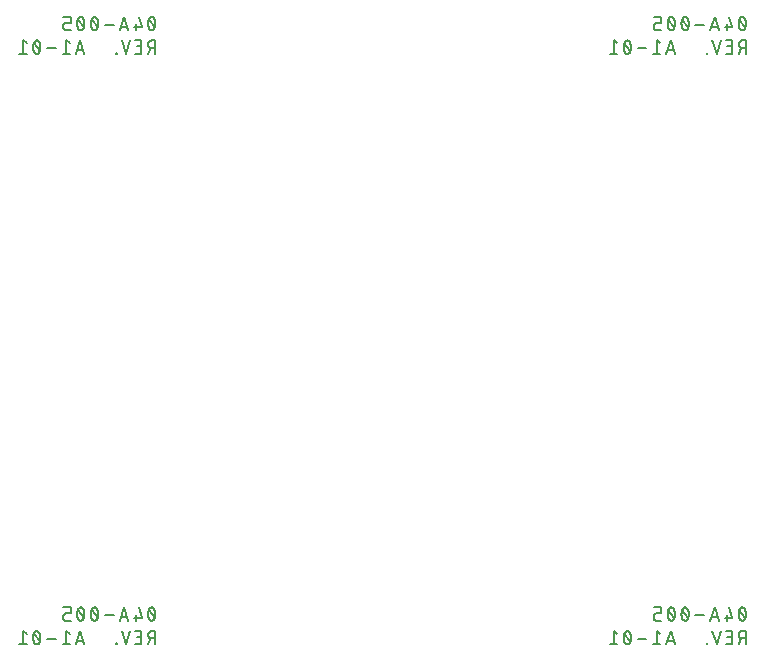
<source format=gbr>
G04 EAGLE Gerber RS-274X export*
G75*
%MOMM*%
%FSLAX34Y34*%
%LPD*%
%INSilkscreen Bottom*%
%IPPOS*%
%AMOC8*
5,1,8,0,0,1.08239X$1,22.5*%
G01*
%ADD10C,0.177800*%


D10*
X429111Y454389D02*
X429111Y465611D01*
X425994Y465611D01*
X425883Y465609D01*
X425772Y465603D01*
X425661Y465593D01*
X425550Y465579D01*
X425441Y465561D01*
X425331Y465540D01*
X425223Y465514D01*
X425116Y465485D01*
X425010Y465451D01*
X424905Y465414D01*
X424801Y465374D01*
X424699Y465329D01*
X424599Y465281D01*
X424500Y465230D01*
X424403Y465175D01*
X424309Y465116D01*
X424216Y465054D01*
X424126Y464989D01*
X424038Y464921D01*
X423953Y464850D01*
X423870Y464775D01*
X423790Y464698D01*
X423713Y464618D01*
X423638Y464535D01*
X423567Y464450D01*
X423499Y464362D01*
X423434Y464272D01*
X423372Y464179D01*
X423313Y464085D01*
X423258Y463988D01*
X423207Y463889D01*
X423159Y463789D01*
X423114Y463687D01*
X423074Y463583D01*
X423037Y463478D01*
X423003Y463372D01*
X422974Y463265D01*
X422948Y463157D01*
X422927Y463047D01*
X422909Y462938D01*
X422895Y462827D01*
X422885Y462716D01*
X422879Y462605D01*
X422877Y462494D01*
X422879Y462383D01*
X422885Y462272D01*
X422895Y462161D01*
X422909Y462050D01*
X422927Y461941D01*
X422948Y461831D01*
X422974Y461723D01*
X423003Y461616D01*
X423037Y461510D01*
X423074Y461405D01*
X423114Y461301D01*
X423159Y461199D01*
X423207Y461099D01*
X423258Y461000D01*
X423313Y460903D01*
X423372Y460809D01*
X423434Y460716D01*
X423499Y460626D01*
X423567Y460538D01*
X423638Y460453D01*
X423713Y460370D01*
X423790Y460290D01*
X423870Y460213D01*
X423953Y460138D01*
X424038Y460067D01*
X424126Y459999D01*
X424216Y459934D01*
X424309Y459872D01*
X424403Y459813D01*
X424500Y459758D01*
X424599Y459707D01*
X424699Y459659D01*
X424801Y459614D01*
X424905Y459574D01*
X425010Y459537D01*
X425116Y459503D01*
X425223Y459474D01*
X425331Y459448D01*
X425441Y459427D01*
X425550Y459409D01*
X425661Y459395D01*
X425772Y459385D01*
X425883Y459379D01*
X425994Y459377D01*
X429111Y459377D01*
X425370Y459377D02*
X422877Y454389D01*
X417092Y454389D02*
X412104Y454389D01*
X417092Y454389D02*
X417092Y465611D01*
X412104Y465611D01*
X413351Y460623D02*
X417092Y460623D01*
X407997Y465611D02*
X404256Y454389D01*
X400515Y465611D01*
X396378Y455012D02*
X396378Y454389D01*
X396378Y455012D02*
X395754Y455012D01*
X395754Y454389D01*
X396378Y454389D01*
X429111Y480000D02*
X429108Y480221D01*
X429100Y480441D01*
X429087Y480662D01*
X429069Y480882D01*
X429045Y481101D01*
X429016Y481320D01*
X428982Y481538D01*
X428943Y481756D01*
X428898Y481972D01*
X428849Y482187D01*
X428794Y482401D01*
X428734Y482613D01*
X428669Y482824D01*
X428599Y483034D01*
X428524Y483241D01*
X428445Y483447D01*
X428360Y483651D01*
X428270Y483853D01*
X428176Y484052D01*
X428144Y484142D01*
X428107Y484230D01*
X428067Y484316D01*
X428023Y484401D01*
X427976Y484484D01*
X427926Y484565D01*
X427872Y484644D01*
X427815Y484720D01*
X427755Y484795D01*
X427692Y484866D01*
X427626Y484935D01*
X427557Y485001D01*
X427485Y485064D01*
X427411Y485124D01*
X427335Y485181D01*
X427256Y485235D01*
X427175Y485286D01*
X427092Y485333D01*
X427008Y485376D01*
X426921Y485417D01*
X426833Y485453D01*
X426743Y485486D01*
X426652Y485515D01*
X426561Y485540D01*
X426468Y485562D01*
X426374Y485580D01*
X426279Y485593D01*
X426185Y485603D01*
X426089Y485609D01*
X425994Y485611D01*
X425899Y485609D01*
X425803Y485603D01*
X425709Y485593D01*
X425614Y485580D01*
X425520Y485562D01*
X425427Y485540D01*
X425336Y485515D01*
X425245Y485486D01*
X425155Y485453D01*
X425067Y485417D01*
X424980Y485376D01*
X424896Y485333D01*
X424813Y485286D01*
X424732Y485235D01*
X424653Y485181D01*
X424577Y485124D01*
X424503Y485064D01*
X424431Y485001D01*
X424362Y484935D01*
X424296Y484866D01*
X424233Y484795D01*
X424173Y484720D01*
X424116Y484644D01*
X424062Y484565D01*
X424012Y484484D01*
X423965Y484401D01*
X423921Y484316D01*
X423881Y484230D01*
X423844Y484142D01*
X423812Y484052D01*
X423811Y484053D02*
X423717Y483853D01*
X423627Y483651D01*
X423543Y483447D01*
X423463Y483241D01*
X423388Y483034D01*
X423318Y482824D01*
X423253Y482613D01*
X423193Y482401D01*
X423138Y482187D01*
X423089Y481972D01*
X423044Y481756D01*
X423005Y481538D01*
X422971Y481320D01*
X422942Y481101D01*
X422918Y480882D01*
X422900Y480662D01*
X422887Y480441D01*
X422879Y480221D01*
X422876Y480000D01*
X429111Y480000D02*
X429108Y479779D01*
X429100Y479559D01*
X429087Y479338D01*
X429069Y479118D01*
X429045Y478899D01*
X429016Y478680D01*
X428982Y478462D01*
X428943Y478244D01*
X428898Y478028D01*
X428849Y477813D01*
X428794Y477599D01*
X428734Y477387D01*
X428669Y477176D01*
X428599Y476966D01*
X428524Y476759D01*
X428445Y476553D01*
X428360Y476349D01*
X428270Y476147D01*
X428176Y475948D01*
X428143Y475858D01*
X428107Y475770D01*
X428067Y475683D01*
X428023Y475599D01*
X427976Y475516D01*
X427926Y475435D01*
X427872Y475356D01*
X427815Y475280D01*
X427755Y475205D01*
X427692Y475134D01*
X427626Y475065D01*
X427557Y474999D01*
X427485Y474936D01*
X427411Y474876D01*
X427335Y474819D01*
X427256Y474765D01*
X427175Y474714D01*
X427092Y474667D01*
X427008Y474624D01*
X426921Y474583D01*
X426833Y474547D01*
X426743Y474514D01*
X426652Y474485D01*
X426561Y474460D01*
X426468Y474438D01*
X426374Y474420D01*
X426279Y474407D01*
X426185Y474397D01*
X426089Y474391D01*
X425994Y474389D01*
X423811Y475947D02*
X423717Y476147D01*
X423627Y476349D01*
X423543Y476553D01*
X423463Y476759D01*
X423388Y476966D01*
X423318Y477176D01*
X423253Y477387D01*
X423193Y477599D01*
X423138Y477813D01*
X423089Y478028D01*
X423044Y478244D01*
X423005Y478462D01*
X422971Y478680D01*
X422942Y478899D01*
X422918Y479118D01*
X422900Y479338D01*
X422887Y479559D01*
X422879Y479779D01*
X422876Y480000D01*
X423812Y475948D02*
X423844Y475858D01*
X423881Y475770D01*
X423921Y475684D01*
X423965Y475599D01*
X424012Y475516D01*
X424062Y475435D01*
X424116Y475356D01*
X424173Y475280D01*
X424233Y475205D01*
X424296Y475134D01*
X424362Y475065D01*
X424431Y474999D01*
X424503Y474936D01*
X424577Y474876D01*
X424653Y474819D01*
X424732Y474765D01*
X424813Y474714D01*
X424896Y474667D01*
X424980Y474624D01*
X425067Y474583D01*
X425155Y474547D01*
X425245Y474514D01*
X425336Y474485D01*
X425427Y474460D01*
X425520Y474438D01*
X425614Y474420D01*
X425709Y474407D01*
X425803Y474397D01*
X425899Y474391D01*
X425994Y474389D01*
X428488Y476883D02*
X423500Y483117D01*
X417411Y476883D02*
X414917Y485611D01*
X417411Y476883D02*
X411177Y476883D01*
X413047Y479377D02*
X413047Y474389D01*
X406334Y474389D02*
X402594Y485611D01*
X398853Y474389D01*
X399788Y477195D02*
X405399Y477195D01*
X393854Y478753D02*
X386373Y478753D01*
X380751Y480000D02*
X380748Y480221D01*
X380740Y480441D01*
X380727Y480662D01*
X380709Y480882D01*
X380685Y481101D01*
X380656Y481320D01*
X380622Y481538D01*
X380583Y481756D01*
X380538Y481972D01*
X380489Y482187D01*
X380434Y482401D01*
X380374Y482613D01*
X380309Y482824D01*
X380239Y483034D01*
X380164Y483241D01*
X380085Y483447D01*
X380000Y483651D01*
X379910Y483853D01*
X379816Y484052D01*
X379784Y484142D01*
X379747Y484230D01*
X379707Y484316D01*
X379663Y484401D01*
X379616Y484484D01*
X379566Y484565D01*
X379512Y484644D01*
X379455Y484720D01*
X379395Y484795D01*
X379332Y484866D01*
X379266Y484935D01*
X379197Y485001D01*
X379125Y485064D01*
X379051Y485124D01*
X378975Y485181D01*
X378896Y485235D01*
X378815Y485286D01*
X378732Y485333D01*
X378648Y485376D01*
X378561Y485417D01*
X378473Y485453D01*
X378383Y485486D01*
X378292Y485515D01*
X378201Y485540D01*
X378108Y485562D01*
X378014Y485580D01*
X377919Y485593D01*
X377825Y485603D01*
X377729Y485609D01*
X377634Y485611D01*
X377539Y485609D01*
X377443Y485603D01*
X377349Y485593D01*
X377254Y485580D01*
X377160Y485562D01*
X377067Y485540D01*
X376976Y485515D01*
X376885Y485486D01*
X376795Y485453D01*
X376707Y485417D01*
X376620Y485376D01*
X376536Y485333D01*
X376453Y485286D01*
X376372Y485235D01*
X376293Y485181D01*
X376217Y485124D01*
X376143Y485064D01*
X376071Y485001D01*
X376002Y484935D01*
X375936Y484866D01*
X375873Y484795D01*
X375813Y484720D01*
X375756Y484644D01*
X375702Y484565D01*
X375652Y484484D01*
X375605Y484401D01*
X375561Y484316D01*
X375521Y484230D01*
X375484Y484142D01*
X375452Y484052D01*
X375451Y484053D02*
X375357Y483853D01*
X375267Y483651D01*
X375183Y483447D01*
X375103Y483241D01*
X375028Y483034D01*
X374958Y482824D01*
X374893Y482613D01*
X374833Y482401D01*
X374778Y482187D01*
X374729Y481972D01*
X374684Y481756D01*
X374645Y481538D01*
X374611Y481320D01*
X374582Y481101D01*
X374558Y480882D01*
X374540Y480662D01*
X374527Y480441D01*
X374519Y480221D01*
X374516Y480000D01*
X380751Y480000D02*
X380748Y479779D01*
X380740Y479559D01*
X380727Y479338D01*
X380709Y479118D01*
X380685Y478899D01*
X380656Y478680D01*
X380622Y478462D01*
X380583Y478244D01*
X380538Y478028D01*
X380489Y477813D01*
X380434Y477599D01*
X380374Y477387D01*
X380309Y477176D01*
X380239Y476966D01*
X380164Y476759D01*
X380085Y476553D01*
X380000Y476349D01*
X379910Y476147D01*
X379816Y475948D01*
X379783Y475858D01*
X379747Y475770D01*
X379707Y475683D01*
X379663Y475599D01*
X379616Y475516D01*
X379566Y475435D01*
X379512Y475356D01*
X379455Y475280D01*
X379395Y475205D01*
X379332Y475134D01*
X379266Y475065D01*
X379197Y474999D01*
X379125Y474936D01*
X379051Y474876D01*
X378975Y474819D01*
X378896Y474765D01*
X378815Y474714D01*
X378732Y474667D01*
X378648Y474624D01*
X378561Y474583D01*
X378473Y474547D01*
X378383Y474514D01*
X378292Y474485D01*
X378201Y474460D01*
X378108Y474438D01*
X378014Y474420D01*
X377919Y474407D01*
X377825Y474397D01*
X377729Y474391D01*
X377634Y474389D01*
X375451Y475947D02*
X375357Y476147D01*
X375267Y476349D01*
X375183Y476553D01*
X375103Y476759D01*
X375028Y476966D01*
X374958Y477176D01*
X374893Y477387D01*
X374833Y477599D01*
X374778Y477813D01*
X374729Y478028D01*
X374684Y478244D01*
X374645Y478462D01*
X374611Y478680D01*
X374582Y478899D01*
X374558Y479118D01*
X374540Y479338D01*
X374527Y479559D01*
X374519Y479779D01*
X374516Y480000D01*
X375452Y475948D02*
X375484Y475858D01*
X375521Y475770D01*
X375561Y475684D01*
X375605Y475599D01*
X375652Y475516D01*
X375702Y475435D01*
X375756Y475356D01*
X375813Y475280D01*
X375873Y475205D01*
X375936Y475134D01*
X376002Y475065D01*
X376071Y474999D01*
X376143Y474936D01*
X376217Y474876D01*
X376293Y474819D01*
X376372Y474765D01*
X376453Y474714D01*
X376536Y474667D01*
X376620Y474624D01*
X376707Y474583D01*
X376795Y474547D01*
X376885Y474514D01*
X376976Y474485D01*
X377067Y474460D01*
X377160Y474438D01*
X377254Y474420D01*
X377349Y474407D01*
X377443Y474397D01*
X377539Y474391D01*
X377634Y474389D01*
X380128Y476883D02*
X375140Y483117D01*
X369051Y480000D02*
X369048Y480221D01*
X369040Y480441D01*
X369027Y480662D01*
X369009Y480882D01*
X368985Y481101D01*
X368956Y481320D01*
X368922Y481538D01*
X368883Y481756D01*
X368838Y481972D01*
X368789Y482187D01*
X368734Y482401D01*
X368674Y482613D01*
X368609Y482824D01*
X368539Y483034D01*
X368464Y483241D01*
X368385Y483447D01*
X368300Y483651D01*
X368210Y483853D01*
X368116Y484052D01*
X368084Y484142D01*
X368047Y484230D01*
X368007Y484316D01*
X367963Y484401D01*
X367916Y484484D01*
X367866Y484565D01*
X367812Y484644D01*
X367755Y484720D01*
X367695Y484795D01*
X367632Y484866D01*
X367566Y484935D01*
X367497Y485001D01*
X367425Y485064D01*
X367351Y485124D01*
X367275Y485181D01*
X367196Y485235D01*
X367115Y485286D01*
X367032Y485333D01*
X366948Y485376D01*
X366861Y485417D01*
X366773Y485453D01*
X366683Y485486D01*
X366592Y485515D01*
X366501Y485540D01*
X366408Y485562D01*
X366314Y485580D01*
X366219Y485593D01*
X366125Y485603D01*
X366029Y485609D01*
X365934Y485611D01*
X365839Y485609D01*
X365743Y485603D01*
X365649Y485593D01*
X365554Y485580D01*
X365460Y485562D01*
X365367Y485540D01*
X365276Y485515D01*
X365185Y485486D01*
X365095Y485453D01*
X365007Y485417D01*
X364920Y485376D01*
X364836Y485333D01*
X364753Y485286D01*
X364672Y485235D01*
X364593Y485181D01*
X364517Y485124D01*
X364443Y485064D01*
X364371Y485001D01*
X364302Y484935D01*
X364236Y484866D01*
X364173Y484795D01*
X364113Y484720D01*
X364056Y484644D01*
X364002Y484565D01*
X363952Y484484D01*
X363905Y484401D01*
X363861Y484316D01*
X363821Y484230D01*
X363784Y484142D01*
X363752Y484052D01*
X363751Y484053D02*
X363657Y483853D01*
X363567Y483651D01*
X363483Y483447D01*
X363403Y483241D01*
X363328Y483034D01*
X363258Y482824D01*
X363193Y482613D01*
X363133Y482401D01*
X363078Y482187D01*
X363029Y481972D01*
X362984Y481756D01*
X362945Y481538D01*
X362911Y481320D01*
X362882Y481101D01*
X362858Y480882D01*
X362840Y480662D01*
X362827Y480441D01*
X362819Y480221D01*
X362816Y480000D01*
X369051Y480000D02*
X369048Y479779D01*
X369040Y479559D01*
X369027Y479338D01*
X369009Y479118D01*
X368985Y478899D01*
X368956Y478680D01*
X368922Y478462D01*
X368883Y478244D01*
X368838Y478028D01*
X368789Y477813D01*
X368734Y477599D01*
X368674Y477387D01*
X368609Y477176D01*
X368539Y476966D01*
X368464Y476759D01*
X368385Y476553D01*
X368300Y476349D01*
X368210Y476147D01*
X368116Y475948D01*
X368083Y475858D01*
X368047Y475770D01*
X368007Y475683D01*
X367963Y475599D01*
X367916Y475516D01*
X367866Y475435D01*
X367812Y475356D01*
X367755Y475280D01*
X367695Y475205D01*
X367632Y475134D01*
X367566Y475065D01*
X367497Y474999D01*
X367425Y474936D01*
X367351Y474876D01*
X367275Y474819D01*
X367196Y474765D01*
X367115Y474714D01*
X367032Y474667D01*
X366948Y474624D01*
X366861Y474583D01*
X366773Y474547D01*
X366683Y474514D01*
X366592Y474485D01*
X366501Y474460D01*
X366408Y474438D01*
X366314Y474420D01*
X366219Y474407D01*
X366125Y474397D01*
X366029Y474391D01*
X365934Y474389D01*
X363751Y475947D02*
X363657Y476147D01*
X363567Y476349D01*
X363483Y476553D01*
X363403Y476759D01*
X363328Y476966D01*
X363258Y477176D01*
X363193Y477387D01*
X363133Y477599D01*
X363078Y477813D01*
X363029Y478028D01*
X362984Y478244D01*
X362945Y478462D01*
X362911Y478680D01*
X362882Y478899D01*
X362858Y479118D01*
X362840Y479338D01*
X362827Y479559D01*
X362819Y479779D01*
X362816Y480000D01*
X363752Y475948D02*
X363784Y475858D01*
X363821Y475770D01*
X363861Y475684D01*
X363905Y475599D01*
X363952Y475516D01*
X364002Y475435D01*
X364056Y475356D01*
X364113Y475280D01*
X364173Y475205D01*
X364236Y475134D01*
X364302Y475065D01*
X364371Y474999D01*
X364443Y474936D01*
X364517Y474876D01*
X364593Y474819D01*
X364672Y474765D01*
X364753Y474714D01*
X364836Y474667D01*
X364920Y474624D01*
X365007Y474583D01*
X365095Y474547D01*
X365185Y474514D01*
X365276Y474485D01*
X365367Y474460D01*
X365460Y474438D01*
X365554Y474420D01*
X365649Y474407D01*
X365743Y474397D01*
X365839Y474391D01*
X365934Y474389D01*
X368428Y476883D02*
X363440Y483117D01*
X357351Y474389D02*
X353610Y474389D01*
X353512Y474391D01*
X353414Y474397D01*
X353317Y474406D01*
X353220Y474420D01*
X353123Y474437D01*
X353028Y474458D01*
X352933Y474483D01*
X352839Y474511D01*
X352747Y474543D01*
X352656Y474579D01*
X352566Y474618D01*
X352478Y474661D01*
X352391Y474707D01*
X352307Y474757D01*
X352224Y474809D01*
X352144Y474865D01*
X352066Y474924D01*
X351990Y474987D01*
X351917Y475052D01*
X351846Y475119D01*
X351779Y475190D01*
X351714Y475263D01*
X351651Y475339D01*
X351592Y475417D01*
X351536Y475497D01*
X351484Y475580D01*
X351434Y475664D01*
X351388Y475751D01*
X351345Y475839D01*
X351306Y475929D01*
X351270Y476020D01*
X351238Y476112D01*
X351210Y476206D01*
X351185Y476301D01*
X351164Y476396D01*
X351147Y476493D01*
X351133Y476590D01*
X351124Y476687D01*
X351118Y476785D01*
X351116Y476883D01*
X351117Y476883D02*
X351117Y478130D01*
X351116Y478130D02*
X351118Y478228D01*
X351124Y478326D01*
X351133Y478423D01*
X351147Y478520D01*
X351164Y478617D01*
X351185Y478712D01*
X351210Y478807D01*
X351238Y478901D01*
X351270Y478993D01*
X351306Y479084D01*
X351345Y479174D01*
X351388Y479262D01*
X351434Y479349D01*
X351484Y479433D01*
X351536Y479516D01*
X351592Y479596D01*
X351651Y479674D01*
X351714Y479750D01*
X351779Y479823D01*
X351846Y479894D01*
X351917Y479961D01*
X351990Y480026D01*
X352066Y480089D01*
X352144Y480148D01*
X352224Y480204D01*
X352307Y480256D01*
X352391Y480306D01*
X352478Y480352D01*
X352566Y480395D01*
X352656Y480434D01*
X352747Y480470D01*
X352839Y480502D01*
X352933Y480530D01*
X353028Y480555D01*
X353123Y480576D01*
X353220Y480593D01*
X353317Y480607D01*
X353414Y480616D01*
X353512Y480622D01*
X353610Y480624D01*
X353610Y480623D02*
X357351Y480623D01*
X357351Y485611D01*
X351117Y485611D01*
X365370Y465611D02*
X369111Y454389D01*
X361630Y454389D02*
X365370Y465611D01*
X362565Y457195D02*
X368176Y457195D01*
X356788Y463117D02*
X353670Y465611D01*
X353670Y454389D01*
X350553Y454389D02*
X356788Y454389D01*
X344931Y458753D02*
X337450Y458753D01*
X331828Y460000D02*
X331825Y460221D01*
X331817Y460441D01*
X331804Y460662D01*
X331786Y460882D01*
X331762Y461101D01*
X331733Y461320D01*
X331699Y461538D01*
X331660Y461756D01*
X331615Y461972D01*
X331566Y462187D01*
X331511Y462401D01*
X331451Y462613D01*
X331386Y462824D01*
X331316Y463034D01*
X331241Y463241D01*
X331162Y463447D01*
X331077Y463651D01*
X330987Y463853D01*
X330893Y464052D01*
X330892Y464052D02*
X330860Y464142D01*
X330823Y464230D01*
X330783Y464316D01*
X330739Y464401D01*
X330692Y464484D01*
X330642Y464565D01*
X330588Y464644D01*
X330531Y464720D01*
X330471Y464795D01*
X330408Y464866D01*
X330342Y464935D01*
X330273Y465001D01*
X330201Y465064D01*
X330127Y465124D01*
X330051Y465181D01*
X329972Y465235D01*
X329891Y465286D01*
X329808Y465333D01*
X329724Y465376D01*
X329637Y465417D01*
X329549Y465453D01*
X329459Y465486D01*
X329368Y465515D01*
X329277Y465540D01*
X329184Y465562D01*
X329090Y465580D01*
X328995Y465593D01*
X328901Y465603D01*
X328805Y465609D01*
X328710Y465611D01*
X328615Y465609D01*
X328519Y465603D01*
X328425Y465593D01*
X328330Y465580D01*
X328236Y465562D01*
X328143Y465540D01*
X328052Y465515D01*
X327961Y465486D01*
X327871Y465453D01*
X327783Y465417D01*
X327696Y465376D01*
X327612Y465333D01*
X327529Y465286D01*
X327448Y465235D01*
X327369Y465181D01*
X327293Y465124D01*
X327219Y465064D01*
X327147Y465001D01*
X327078Y464935D01*
X327012Y464866D01*
X326949Y464795D01*
X326889Y464720D01*
X326832Y464644D01*
X326778Y464565D01*
X326728Y464484D01*
X326681Y464401D01*
X326637Y464316D01*
X326597Y464230D01*
X326560Y464142D01*
X326528Y464052D01*
X326528Y464053D02*
X326434Y463853D01*
X326344Y463651D01*
X326260Y463447D01*
X326180Y463241D01*
X326105Y463034D01*
X326035Y462824D01*
X325970Y462613D01*
X325910Y462401D01*
X325855Y462187D01*
X325806Y461972D01*
X325761Y461756D01*
X325722Y461538D01*
X325688Y461320D01*
X325659Y461101D01*
X325635Y460882D01*
X325617Y460662D01*
X325604Y460441D01*
X325596Y460221D01*
X325593Y460000D01*
X331828Y460000D02*
X331825Y459779D01*
X331817Y459559D01*
X331804Y459338D01*
X331786Y459118D01*
X331762Y458899D01*
X331733Y458680D01*
X331699Y458462D01*
X331660Y458244D01*
X331615Y458028D01*
X331566Y457813D01*
X331511Y457599D01*
X331451Y457387D01*
X331386Y457176D01*
X331316Y456966D01*
X331241Y456759D01*
X331162Y456553D01*
X331077Y456349D01*
X330987Y456147D01*
X330893Y455948D01*
X330892Y455948D02*
X330859Y455858D01*
X330823Y455770D01*
X330783Y455683D01*
X330739Y455599D01*
X330692Y455516D01*
X330642Y455435D01*
X330588Y455356D01*
X330531Y455280D01*
X330471Y455205D01*
X330408Y455134D01*
X330342Y455065D01*
X330273Y454999D01*
X330201Y454936D01*
X330127Y454876D01*
X330051Y454819D01*
X329972Y454765D01*
X329891Y454714D01*
X329808Y454667D01*
X329724Y454624D01*
X329637Y454583D01*
X329549Y454547D01*
X329459Y454514D01*
X329368Y454485D01*
X329277Y454460D01*
X329184Y454438D01*
X329090Y454420D01*
X328995Y454407D01*
X328901Y454397D01*
X328805Y454391D01*
X328710Y454389D01*
X326528Y455947D02*
X326434Y456147D01*
X326344Y456349D01*
X326260Y456553D01*
X326180Y456759D01*
X326105Y456966D01*
X326035Y457176D01*
X325970Y457387D01*
X325910Y457599D01*
X325855Y457813D01*
X325806Y458028D01*
X325761Y458244D01*
X325722Y458462D01*
X325688Y458680D01*
X325659Y458899D01*
X325635Y459118D01*
X325617Y459338D01*
X325604Y459559D01*
X325596Y459779D01*
X325593Y460000D01*
X326528Y455948D02*
X326560Y455858D01*
X326597Y455770D01*
X326637Y455684D01*
X326681Y455599D01*
X326728Y455516D01*
X326778Y455435D01*
X326832Y455356D01*
X326889Y455280D01*
X326949Y455205D01*
X327012Y455134D01*
X327078Y455065D01*
X327147Y454999D01*
X327219Y454936D01*
X327293Y454876D01*
X327369Y454819D01*
X327448Y454765D01*
X327529Y454714D01*
X327612Y454667D01*
X327696Y454624D01*
X327783Y454583D01*
X327871Y454547D01*
X327961Y454514D01*
X328052Y454485D01*
X328143Y454460D01*
X328236Y454438D01*
X328330Y454420D01*
X328425Y454407D01*
X328519Y454397D01*
X328615Y454391D01*
X328710Y454389D01*
X331204Y456883D02*
X326217Y463117D01*
X320128Y463117D02*
X317010Y465611D01*
X317010Y454389D01*
X313893Y454389D02*
X320128Y454389D01*
X429111Y954389D02*
X429111Y965611D01*
X425994Y965611D01*
X425883Y965609D01*
X425772Y965603D01*
X425661Y965593D01*
X425550Y965579D01*
X425441Y965561D01*
X425331Y965540D01*
X425223Y965514D01*
X425116Y965485D01*
X425010Y965451D01*
X424905Y965414D01*
X424801Y965374D01*
X424699Y965329D01*
X424599Y965281D01*
X424500Y965230D01*
X424403Y965175D01*
X424309Y965116D01*
X424216Y965054D01*
X424126Y964989D01*
X424038Y964921D01*
X423953Y964850D01*
X423870Y964775D01*
X423790Y964698D01*
X423713Y964618D01*
X423638Y964535D01*
X423567Y964450D01*
X423499Y964362D01*
X423434Y964272D01*
X423372Y964179D01*
X423313Y964085D01*
X423258Y963988D01*
X423207Y963889D01*
X423159Y963789D01*
X423114Y963687D01*
X423074Y963583D01*
X423037Y963478D01*
X423003Y963372D01*
X422974Y963265D01*
X422948Y963157D01*
X422927Y963047D01*
X422909Y962938D01*
X422895Y962827D01*
X422885Y962716D01*
X422879Y962605D01*
X422877Y962494D01*
X422879Y962383D01*
X422885Y962272D01*
X422895Y962161D01*
X422909Y962050D01*
X422927Y961941D01*
X422948Y961831D01*
X422974Y961723D01*
X423003Y961616D01*
X423037Y961510D01*
X423074Y961405D01*
X423114Y961301D01*
X423159Y961199D01*
X423207Y961099D01*
X423258Y961000D01*
X423313Y960903D01*
X423372Y960809D01*
X423434Y960716D01*
X423499Y960626D01*
X423567Y960538D01*
X423638Y960453D01*
X423713Y960370D01*
X423790Y960290D01*
X423870Y960213D01*
X423953Y960138D01*
X424038Y960067D01*
X424126Y959999D01*
X424216Y959934D01*
X424309Y959872D01*
X424403Y959813D01*
X424500Y959758D01*
X424599Y959707D01*
X424699Y959659D01*
X424801Y959614D01*
X424905Y959574D01*
X425010Y959537D01*
X425116Y959503D01*
X425223Y959474D01*
X425331Y959448D01*
X425441Y959427D01*
X425550Y959409D01*
X425661Y959395D01*
X425772Y959385D01*
X425883Y959379D01*
X425994Y959377D01*
X429111Y959377D01*
X425370Y959377D02*
X422877Y954389D01*
X417092Y954389D02*
X412104Y954389D01*
X417092Y954389D02*
X417092Y965611D01*
X412104Y965611D01*
X413351Y960623D02*
X417092Y960623D01*
X407997Y965611D02*
X404256Y954389D01*
X400515Y965611D01*
X396378Y955012D02*
X396378Y954389D01*
X396378Y955012D02*
X395754Y955012D01*
X395754Y954389D01*
X396378Y954389D01*
X429111Y980000D02*
X429108Y980221D01*
X429100Y980441D01*
X429087Y980662D01*
X429069Y980882D01*
X429045Y981101D01*
X429016Y981320D01*
X428982Y981538D01*
X428943Y981756D01*
X428898Y981972D01*
X428849Y982187D01*
X428794Y982401D01*
X428734Y982613D01*
X428669Y982824D01*
X428599Y983034D01*
X428524Y983241D01*
X428445Y983447D01*
X428360Y983651D01*
X428270Y983853D01*
X428176Y984052D01*
X428144Y984142D01*
X428107Y984230D01*
X428067Y984316D01*
X428023Y984401D01*
X427976Y984484D01*
X427926Y984565D01*
X427872Y984644D01*
X427815Y984720D01*
X427755Y984795D01*
X427692Y984866D01*
X427626Y984935D01*
X427557Y985001D01*
X427485Y985064D01*
X427411Y985124D01*
X427335Y985181D01*
X427256Y985235D01*
X427175Y985286D01*
X427092Y985333D01*
X427008Y985376D01*
X426921Y985417D01*
X426833Y985453D01*
X426743Y985486D01*
X426652Y985515D01*
X426561Y985540D01*
X426468Y985562D01*
X426374Y985580D01*
X426279Y985593D01*
X426185Y985603D01*
X426089Y985609D01*
X425994Y985611D01*
X425899Y985609D01*
X425803Y985603D01*
X425709Y985593D01*
X425614Y985580D01*
X425520Y985562D01*
X425427Y985540D01*
X425336Y985515D01*
X425245Y985486D01*
X425155Y985453D01*
X425067Y985417D01*
X424980Y985376D01*
X424896Y985333D01*
X424813Y985286D01*
X424732Y985235D01*
X424653Y985181D01*
X424577Y985124D01*
X424503Y985064D01*
X424431Y985001D01*
X424362Y984935D01*
X424296Y984866D01*
X424233Y984795D01*
X424173Y984720D01*
X424116Y984644D01*
X424062Y984565D01*
X424012Y984484D01*
X423965Y984401D01*
X423921Y984316D01*
X423881Y984230D01*
X423844Y984142D01*
X423812Y984052D01*
X423811Y984053D02*
X423717Y983853D01*
X423627Y983651D01*
X423543Y983447D01*
X423463Y983241D01*
X423388Y983034D01*
X423318Y982824D01*
X423253Y982613D01*
X423193Y982401D01*
X423138Y982187D01*
X423089Y981972D01*
X423044Y981756D01*
X423005Y981538D01*
X422971Y981320D01*
X422942Y981101D01*
X422918Y980882D01*
X422900Y980662D01*
X422887Y980441D01*
X422879Y980221D01*
X422876Y980000D01*
X429111Y980000D02*
X429108Y979779D01*
X429100Y979559D01*
X429087Y979338D01*
X429069Y979118D01*
X429045Y978899D01*
X429016Y978680D01*
X428982Y978462D01*
X428943Y978244D01*
X428898Y978028D01*
X428849Y977813D01*
X428794Y977599D01*
X428734Y977387D01*
X428669Y977176D01*
X428599Y976966D01*
X428524Y976759D01*
X428445Y976553D01*
X428360Y976349D01*
X428270Y976147D01*
X428176Y975948D01*
X428143Y975858D01*
X428107Y975770D01*
X428067Y975683D01*
X428023Y975599D01*
X427976Y975516D01*
X427926Y975435D01*
X427872Y975356D01*
X427815Y975280D01*
X427755Y975205D01*
X427692Y975134D01*
X427626Y975065D01*
X427557Y974999D01*
X427485Y974936D01*
X427411Y974876D01*
X427335Y974819D01*
X427256Y974765D01*
X427175Y974714D01*
X427092Y974667D01*
X427008Y974624D01*
X426921Y974583D01*
X426833Y974547D01*
X426743Y974514D01*
X426652Y974485D01*
X426561Y974460D01*
X426468Y974438D01*
X426374Y974420D01*
X426279Y974407D01*
X426185Y974397D01*
X426089Y974391D01*
X425994Y974389D01*
X423811Y975947D02*
X423717Y976147D01*
X423627Y976349D01*
X423543Y976553D01*
X423463Y976759D01*
X423388Y976966D01*
X423318Y977176D01*
X423253Y977387D01*
X423193Y977599D01*
X423138Y977813D01*
X423089Y978028D01*
X423044Y978244D01*
X423005Y978462D01*
X422971Y978680D01*
X422942Y978899D01*
X422918Y979118D01*
X422900Y979338D01*
X422887Y979559D01*
X422879Y979779D01*
X422876Y980000D01*
X423812Y975948D02*
X423844Y975858D01*
X423881Y975770D01*
X423921Y975684D01*
X423965Y975599D01*
X424012Y975516D01*
X424062Y975435D01*
X424116Y975356D01*
X424173Y975280D01*
X424233Y975205D01*
X424296Y975134D01*
X424362Y975065D01*
X424431Y974999D01*
X424503Y974936D01*
X424577Y974876D01*
X424653Y974819D01*
X424732Y974765D01*
X424813Y974714D01*
X424896Y974667D01*
X424980Y974624D01*
X425067Y974583D01*
X425155Y974547D01*
X425245Y974514D01*
X425336Y974485D01*
X425427Y974460D01*
X425520Y974438D01*
X425614Y974420D01*
X425709Y974407D01*
X425803Y974397D01*
X425899Y974391D01*
X425994Y974389D01*
X428488Y976883D02*
X423500Y983117D01*
X417411Y976883D02*
X414917Y985611D01*
X417411Y976883D02*
X411177Y976883D01*
X413047Y979377D02*
X413047Y974389D01*
X406334Y974389D02*
X402594Y985611D01*
X398853Y974389D01*
X399788Y977195D02*
X405399Y977195D01*
X393854Y978753D02*
X386373Y978753D01*
X380751Y980000D02*
X380748Y980221D01*
X380740Y980441D01*
X380727Y980662D01*
X380709Y980882D01*
X380685Y981101D01*
X380656Y981320D01*
X380622Y981538D01*
X380583Y981756D01*
X380538Y981972D01*
X380489Y982187D01*
X380434Y982401D01*
X380374Y982613D01*
X380309Y982824D01*
X380239Y983034D01*
X380164Y983241D01*
X380085Y983447D01*
X380000Y983651D01*
X379910Y983853D01*
X379816Y984052D01*
X379784Y984142D01*
X379747Y984230D01*
X379707Y984316D01*
X379663Y984401D01*
X379616Y984484D01*
X379566Y984565D01*
X379512Y984644D01*
X379455Y984720D01*
X379395Y984795D01*
X379332Y984866D01*
X379266Y984935D01*
X379197Y985001D01*
X379125Y985064D01*
X379051Y985124D01*
X378975Y985181D01*
X378896Y985235D01*
X378815Y985286D01*
X378732Y985333D01*
X378648Y985376D01*
X378561Y985417D01*
X378473Y985453D01*
X378383Y985486D01*
X378292Y985515D01*
X378201Y985540D01*
X378108Y985562D01*
X378014Y985580D01*
X377919Y985593D01*
X377825Y985603D01*
X377729Y985609D01*
X377634Y985611D01*
X377539Y985609D01*
X377443Y985603D01*
X377349Y985593D01*
X377254Y985580D01*
X377160Y985562D01*
X377067Y985540D01*
X376976Y985515D01*
X376885Y985486D01*
X376795Y985453D01*
X376707Y985417D01*
X376620Y985376D01*
X376536Y985333D01*
X376453Y985286D01*
X376372Y985235D01*
X376293Y985181D01*
X376217Y985124D01*
X376143Y985064D01*
X376071Y985001D01*
X376002Y984935D01*
X375936Y984866D01*
X375873Y984795D01*
X375813Y984720D01*
X375756Y984644D01*
X375702Y984565D01*
X375652Y984484D01*
X375605Y984401D01*
X375561Y984316D01*
X375521Y984230D01*
X375484Y984142D01*
X375452Y984052D01*
X375451Y984053D02*
X375357Y983853D01*
X375267Y983651D01*
X375183Y983447D01*
X375103Y983241D01*
X375028Y983034D01*
X374958Y982824D01*
X374893Y982613D01*
X374833Y982401D01*
X374778Y982187D01*
X374729Y981972D01*
X374684Y981756D01*
X374645Y981538D01*
X374611Y981320D01*
X374582Y981101D01*
X374558Y980882D01*
X374540Y980662D01*
X374527Y980441D01*
X374519Y980221D01*
X374516Y980000D01*
X380751Y980000D02*
X380748Y979779D01*
X380740Y979559D01*
X380727Y979338D01*
X380709Y979118D01*
X380685Y978899D01*
X380656Y978680D01*
X380622Y978462D01*
X380583Y978244D01*
X380538Y978028D01*
X380489Y977813D01*
X380434Y977599D01*
X380374Y977387D01*
X380309Y977176D01*
X380239Y976966D01*
X380164Y976759D01*
X380085Y976553D01*
X380000Y976349D01*
X379910Y976147D01*
X379816Y975948D01*
X379783Y975858D01*
X379747Y975770D01*
X379707Y975683D01*
X379663Y975599D01*
X379616Y975516D01*
X379566Y975435D01*
X379512Y975356D01*
X379455Y975280D01*
X379395Y975205D01*
X379332Y975134D01*
X379266Y975065D01*
X379197Y974999D01*
X379125Y974936D01*
X379051Y974876D01*
X378975Y974819D01*
X378896Y974765D01*
X378815Y974714D01*
X378732Y974667D01*
X378648Y974624D01*
X378561Y974583D01*
X378473Y974547D01*
X378383Y974514D01*
X378292Y974485D01*
X378201Y974460D01*
X378108Y974438D01*
X378014Y974420D01*
X377919Y974407D01*
X377825Y974397D01*
X377729Y974391D01*
X377634Y974389D01*
X375451Y975947D02*
X375357Y976147D01*
X375267Y976349D01*
X375183Y976553D01*
X375103Y976759D01*
X375028Y976966D01*
X374958Y977176D01*
X374893Y977387D01*
X374833Y977599D01*
X374778Y977813D01*
X374729Y978028D01*
X374684Y978244D01*
X374645Y978462D01*
X374611Y978680D01*
X374582Y978899D01*
X374558Y979118D01*
X374540Y979338D01*
X374527Y979559D01*
X374519Y979779D01*
X374516Y980000D01*
X375452Y975948D02*
X375484Y975858D01*
X375521Y975770D01*
X375561Y975684D01*
X375605Y975599D01*
X375652Y975516D01*
X375702Y975435D01*
X375756Y975356D01*
X375813Y975280D01*
X375873Y975205D01*
X375936Y975134D01*
X376002Y975065D01*
X376071Y974999D01*
X376143Y974936D01*
X376217Y974876D01*
X376293Y974819D01*
X376372Y974765D01*
X376453Y974714D01*
X376536Y974667D01*
X376620Y974624D01*
X376707Y974583D01*
X376795Y974547D01*
X376885Y974514D01*
X376976Y974485D01*
X377067Y974460D01*
X377160Y974438D01*
X377254Y974420D01*
X377349Y974407D01*
X377443Y974397D01*
X377539Y974391D01*
X377634Y974389D01*
X380128Y976883D02*
X375140Y983117D01*
X369051Y980000D02*
X369048Y980221D01*
X369040Y980441D01*
X369027Y980662D01*
X369009Y980882D01*
X368985Y981101D01*
X368956Y981320D01*
X368922Y981538D01*
X368883Y981756D01*
X368838Y981972D01*
X368789Y982187D01*
X368734Y982401D01*
X368674Y982613D01*
X368609Y982824D01*
X368539Y983034D01*
X368464Y983241D01*
X368385Y983447D01*
X368300Y983651D01*
X368210Y983853D01*
X368116Y984052D01*
X368084Y984142D01*
X368047Y984230D01*
X368007Y984316D01*
X367963Y984401D01*
X367916Y984484D01*
X367866Y984565D01*
X367812Y984644D01*
X367755Y984720D01*
X367695Y984795D01*
X367632Y984866D01*
X367566Y984935D01*
X367497Y985001D01*
X367425Y985064D01*
X367351Y985124D01*
X367275Y985181D01*
X367196Y985235D01*
X367115Y985286D01*
X367032Y985333D01*
X366948Y985376D01*
X366861Y985417D01*
X366773Y985453D01*
X366683Y985486D01*
X366592Y985515D01*
X366501Y985540D01*
X366408Y985562D01*
X366314Y985580D01*
X366219Y985593D01*
X366125Y985603D01*
X366029Y985609D01*
X365934Y985611D01*
X365839Y985609D01*
X365743Y985603D01*
X365649Y985593D01*
X365554Y985580D01*
X365460Y985562D01*
X365367Y985540D01*
X365276Y985515D01*
X365185Y985486D01*
X365095Y985453D01*
X365007Y985417D01*
X364920Y985376D01*
X364836Y985333D01*
X364753Y985286D01*
X364672Y985235D01*
X364593Y985181D01*
X364517Y985124D01*
X364443Y985064D01*
X364371Y985001D01*
X364302Y984935D01*
X364236Y984866D01*
X364173Y984795D01*
X364113Y984720D01*
X364056Y984644D01*
X364002Y984565D01*
X363952Y984484D01*
X363905Y984401D01*
X363861Y984316D01*
X363821Y984230D01*
X363784Y984142D01*
X363752Y984052D01*
X363751Y984053D02*
X363657Y983853D01*
X363567Y983651D01*
X363483Y983447D01*
X363403Y983241D01*
X363328Y983034D01*
X363258Y982824D01*
X363193Y982613D01*
X363133Y982401D01*
X363078Y982187D01*
X363029Y981972D01*
X362984Y981756D01*
X362945Y981538D01*
X362911Y981320D01*
X362882Y981101D01*
X362858Y980882D01*
X362840Y980662D01*
X362827Y980441D01*
X362819Y980221D01*
X362816Y980000D01*
X369051Y980000D02*
X369048Y979779D01*
X369040Y979559D01*
X369027Y979338D01*
X369009Y979118D01*
X368985Y978899D01*
X368956Y978680D01*
X368922Y978462D01*
X368883Y978244D01*
X368838Y978028D01*
X368789Y977813D01*
X368734Y977599D01*
X368674Y977387D01*
X368609Y977176D01*
X368539Y976966D01*
X368464Y976759D01*
X368385Y976553D01*
X368300Y976349D01*
X368210Y976147D01*
X368116Y975948D01*
X368083Y975858D01*
X368047Y975770D01*
X368007Y975683D01*
X367963Y975599D01*
X367916Y975516D01*
X367866Y975435D01*
X367812Y975356D01*
X367755Y975280D01*
X367695Y975205D01*
X367632Y975134D01*
X367566Y975065D01*
X367497Y974999D01*
X367425Y974936D01*
X367351Y974876D01*
X367275Y974819D01*
X367196Y974765D01*
X367115Y974714D01*
X367032Y974667D01*
X366948Y974624D01*
X366861Y974583D01*
X366773Y974547D01*
X366683Y974514D01*
X366592Y974485D01*
X366501Y974460D01*
X366408Y974438D01*
X366314Y974420D01*
X366219Y974407D01*
X366125Y974397D01*
X366029Y974391D01*
X365934Y974389D01*
X363751Y975947D02*
X363657Y976147D01*
X363567Y976349D01*
X363483Y976553D01*
X363403Y976759D01*
X363328Y976966D01*
X363258Y977176D01*
X363193Y977387D01*
X363133Y977599D01*
X363078Y977813D01*
X363029Y978028D01*
X362984Y978244D01*
X362945Y978462D01*
X362911Y978680D01*
X362882Y978899D01*
X362858Y979118D01*
X362840Y979338D01*
X362827Y979559D01*
X362819Y979779D01*
X362816Y980000D01*
X363752Y975948D02*
X363784Y975858D01*
X363821Y975770D01*
X363861Y975684D01*
X363905Y975599D01*
X363952Y975516D01*
X364002Y975435D01*
X364056Y975356D01*
X364113Y975280D01*
X364173Y975205D01*
X364236Y975134D01*
X364302Y975065D01*
X364371Y974999D01*
X364443Y974936D01*
X364517Y974876D01*
X364593Y974819D01*
X364672Y974765D01*
X364753Y974714D01*
X364836Y974667D01*
X364920Y974624D01*
X365007Y974583D01*
X365095Y974547D01*
X365185Y974514D01*
X365276Y974485D01*
X365367Y974460D01*
X365460Y974438D01*
X365554Y974420D01*
X365649Y974407D01*
X365743Y974397D01*
X365839Y974391D01*
X365934Y974389D01*
X368428Y976883D02*
X363440Y983117D01*
X357351Y974389D02*
X353610Y974389D01*
X353512Y974391D01*
X353414Y974397D01*
X353317Y974406D01*
X353220Y974420D01*
X353123Y974437D01*
X353028Y974458D01*
X352933Y974483D01*
X352839Y974511D01*
X352747Y974543D01*
X352656Y974579D01*
X352566Y974618D01*
X352478Y974661D01*
X352391Y974707D01*
X352307Y974757D01*
X352224Y974809D01*
X352144Y974865D01*
X352066Y974924D01*
X351990Y974987D01*
X351917Y975052D01*
X351846Y975119D01*
X351779Y975190D01*
X351714Y975263D01*
X351651Y975339D01*
X351592Y975417D01*
X351536Y975497D01*
X351484Y975580D01*
X351434Y975664D01*
X351388Y975751D01*
X351345Y975839D01*
X351306Y975929D01*
X351270Y976020D01*
X351238Y976112D01*
X351210Y976206D01*
X351185Y976301D01*
X351164Y976396D01*
X351147Y976493D01*
X351133Y976590D01*
X351124Y976687D01*
X351118Y976785D01*
X351116Y976883D01*
X351117Y976883D02*
X351117Y978130D01*
X351116Y978130D02*
X351118Y978228D01*
X351124Y978326D01*
X351133Y978423D01*
X351147Y978520D01*
X351164Y978617D01*
X351185Y978712D01*
X351210Y978807D01*
X351238Y978901D01*
X351270Y978993D01*
X351306Y979084D01*
X351345Y979174D01*
X351388Y979262D01*
X351434Y979349D01*
X351484Y979433D01*
X351536Y979516D01*
X351592Y979596D01*
X351651Y979674D01*
X351714Y979750D01*
X351779Y979823D01*
X351846Y979894D01*
X351917Y979961D01*
X351990Y980026D01*
X352066Y980089D01*
X352144Y980148D01*
X352224Y980204D01*
X352307Y980256D01*
X352391Y980306D01*
X352478Y980352D01*
X352566Y980395D01*
X352656Y980434D01*
X352747Y980470D01*
X352839Y980502D01*
X352933Y980530D01*
X353028Y980555D01*
X353123Y980576D01*
X353220Y980593D01*
X353317Y980607D01*
X353414Y980616D01*
X353512Y980622D01*
X353610Y980624D01*
X353610Y980623D02*
X357351Y980623D01*
X357351Y985611D01*
X351117Y985611D01*
X365370Y965611D02*
X369111Y954389D01*
X361630Y954389D02*
X365370Y965611D01*
X362565Y957195D02*
X368176Y957195D01*
X356788Y963117D02*
X353670Y965611D01*
X353670Y954389D01*
X350553Y954389D02*
X356788Y954389D01*
X344931Y958753D02*
X337450Y958753D01*
X331828Y960000D02*
X331825Y960221D01*
X331817Y960441D01*
X331804Y960662D01*
X331786Y960882D01*
X331762Y961101D01*
X331733Y961320D01*
X331699Y961538D01*
X331660Y961756D01*
X331615Y961972D01*
X331566Y962187D01*
X331511Y962401D01*
X331451Y962613D01*
X331386Y962824D01*
X331316Y963034D01*
X331241Y963241D01*
X331162Y963447D01*
X331077Y963651D01*
X330987Y963853D01*
X330893Y964052D01*
X330892Y964052D02*
X330860Y964142D01*
X330823Y964230D01*
X330783Y964316D01*
X330739Y964401D01*
X330692Y964484D01*
X330642Y964565D01*
X330588Y964644D01*
X330531Y964720D01*
X330471Y964795D01*
X330408Y964866D01*
X330342Y964935D01*
X330273Y965001D01*
X330201Y965064D01*
X330127Y965124D01*
X330051Y965181D01*
X329972Y965235D01*
X329891Y965286D01*
X329808Y965333D01*
X329724Y965376D01*
X329637Y965417D01*
X329549Y965453D01*
X329459Y965486D01*
X329368Y965515D01*
X329277Y965540D01*
X329184Y965562D01*
X329090Y965580D01*
X328995Y965593D01*
X328901Y965603D01*
X328805Y965609D01*
X328710Y965611D01*
X328615Y965609D01*
X328519Y965603D01*
X328425Y965593D01*
X328330Y965580D01*
X328236Y965562D01*
X328143Y965540D01*
X328052Y965515D01*
X327961Y965486D01*
X327871Y965453D01*
X327783Y965417D01*
X327696Y965376D01*
X327612Y965333D01*
X327529Y965286D01*
X327448Y965235D01*
X327369Y965181D01*
X327293Y965124D01*
X327219Y965064D01*
X327147Y965001D01*
X327078Y964935D01*
X327012Y964866D01*
X326949Y964795D01*
X326889Y964720D01*
X326832Y964644D01*
X326778Y964565D01*
X326728Y964484D01*
X326681Y964401D01*
X326637Y964316D01*
X326597Y964230D01*
X326560Y964142D01*
X326528Y964052D01*
X326528Y964053D02*
X326434Y963853D01*
X326344Y963651D01*
X326260Y963447D01*
X326180Y963241D01*
X326105Y963034D01*
X326035Y962824D01*
X325970Y962613D01*
X325910Y962401D01*
X325855Y962187D01*
X325806Y961972D01*
X325761Y961756D01*
X325722Y961538D01*
X325688Y961320D01*
X325659Y961101D01*
X325635Y960882D01*
X325617Y960662D01*
X325604Y960441D01*
X325596Y960221D01*
X325593Y960000D01*
X331828Y960000D02*
X331825Y959779D01*
X331817Y959559D01*
X331804Y959338D01*
X331786Y959118D01*
X331762Y958899D01*
X331733Y958680D01*
X331699Y958462D01*
X331660Y958244D01*
X331615Y958028D01*
X331566Y957813D01*
X331511Y957599D01*
X331451Y957387D01*
X331386Y957176D01*
X331316Y956966D01*
X331241Y956759D01*
X331162Y956553D01*
X331077Y956349D01*
X330987Y956147D01*
X330893Y955948D01*
X330892Y955948D02*
X330859Y955858D01*
X330823Y955770D01*
X330783Y955683D01*
X330739Y955599D01*
X330692Y955516D01*
X330642Y955435D01*
X330588Y955356D01*
X330531Y955280D01*
X330471Y955205D01*
X330408Y955134D01*
X330342Y955065D01*
X330273Y954999D01*
X330201Y954936D01*
X330127Y954876D01*
X330051Y954819D01*
X329972Y954765D01*
X329891Y954714D01*
X329808Y954667D01*
X329724Y954624D01*
X329637Y954583D01*
X329549Y954547D01*
X329459Y954514D01*
X329368Y954485D01*
X329277Y954460D01*
X329184Y954438D01*
X329090Y954420D01*
X328995Y954407D01*
X328901Y954397D01*
X328805Y954391D01*
X328710Y954389D01*
X326528Y955947D02*
X326434Y956147D01*
X326344Y956349D01*
X326260Y956553D01*
X326180Y956759D01*
X326105Y956966D01*
X326035Y957176D01*
X325970Y957387D01*
X325910Y957599D01*
X325855Y957813D01*
X325806Y958028D01*
X325761Y958244D01*
X325722Y958462D01*
X325688Y958680D01*
X325659Y958899D01*
X325635Y959118D01*
X325617Y959338D01*
X325604Y959559D01*
X325596Y959779D01*
X325593Y960000D01*
X326528Y955948D02*
X326560Y955858D01*
X326597Y955770D01*
X326637Y955684D01*
X326681Y955599D01*
X326728Y955516D01*
X326778Y955435D01*
X326832Y955356D01*
X326889Y955280D01*
X326949Y955205D01*
X327012Y955134D01*
X327078Y955065D01*
X327147Y954999D01*
X327219Y954936D01*
X327293Y954876D01*
X327369Y954819D01*
X327448Y954765D01*
X327529Y954714D01*
X327612Y954667D01*
X327696Y954624D01*
X327783Y954583D01*
X327871Y954547D01*
X327961Y954514D01*
X328052Y954485D01*
X328143Y954460D01*
X328236Y954438D01*
X328330Y954420D01*
X328425Y954407D01*
X328519Y954397D01*
X328615Y954391D01*
X328710Y954389D01*
X331204Y956883D02*
X326217Y963117D01*
X320128Y963117D02*
X317010Y965611D01*
X317010Y954389D01*
X313893Y954389D02*
X320128Y954389D01*
X929111Y465611D02*
X929111Y454389D01*
X929111Y465611D02*
X925994Y465611D01*
X925883Y465609D01*
X925772Y465603D01*
X925661Y465593D01*
X925550Y465579D01*
X925441Y465561D01*
X925331Y465540D01*
X925223Y465514D01*
X925116Y465485D01*
X925010Y465451D01*
X924905Y465414D01*
X924801Y465374D01*
X924699Y465329D01*
X924599Y465281D01*
X924500Y465230D01*
X924403Y465175D01*
X924309Y465116D01*
X924216Y465054D01*
X924126Y464989D01*
X924038Y464921D01*
X923953Y464850D01*
X923870Y464775D01*
X923790Y464698D01*
X923713Y464618D01*
X923638Y464535D01*
X923567Y464450D01*
X923499Y464362D01*
X923434Y464272D01*
X923372Y464179D01*
X923313Y464085D01*
X923258Y463988D01*
X923207Y463889D01*
X923159Y463789D01*
X923114Y463687D01*
X923074Y463583D01*
X923037Y463478D01*
X923003Y463372D01*
X922974Y463265D01*
X922948Y463157D01*
X922927Y463047D01*
X922909Y462938D01*
X922895Y462827D01*
X922885Y462716D01*
X922879Y462605D01*
X922877Y462494D01*
X922879Y462383D01*
X922885Y462272D01*
X922895Y462161D01*
X922909Y462050D01*
X922927Y461941D01*
X922948Y461831D01*
X922974Y461723D01*
X923003Y461616D01*
X923037Y461510D01*
X923074Y461405D01*
X923114Y461301D01*
X923159Y461199D01*
X923207Y461099D01*
X923258Y461000D01*
X923313Y460903D01*
X923372Y460809D01*
X923434Y460716D01*
X923499Y460626D01*
X923567Y460538D01*
X923638Y460453D01*
X923713Y460370D01*
X923790Y460290D01*
X923870Y460213D01*
X923953Y460138D01*
X924038Y460067D01*
X924126Y459999D01*
X924216Y459934D01*
X924309Y459872D01*
X924403Y459813D01*
X924500Y459758D01*
X924599Y459707D01*
X924699Y459659D01*
X924801Y459614D01*
X924905Y459574D01*
X925010Y459537D01*
X925116Y459503D01*
X925223Y459474D01*
X925331Y459448D01*
X925441Y459427D01*
X925550Y459409D01*
X925661Y459395D01*
X925772Y459385D01*
X925883Y459379D01*
X925994Y459377D01*
X929111Y459377D01*
X925370Y459377D02*
X922877Y454389D01*
X917092Y454389D02*
X912104Y454389D01*
X917092Y454389D02*
X917092Y465611D01*
X912104Y465611D01*
X913351Y460623D02*
X917092Y460623D01*
X907997Y465611D02*
X904256Y454389D01*
X900515Y465611D01*
X896378Y455012D02*
X896378Y454389D01*
X896378Y455012D02*
X895754Y455012D01*
X895754Y454389D01*
X896378Y454389D01*
X929111Y480000D02*
X929108Y480221D01*
X929100Y480441D01*
X929087Y480662D01*
X929069Y480882D01*
X929045Y481101D01*
X929016Y481320D01*
X928982Y481538D01*
X928943Y481756D01*
X928898Y481972D01*
X928849Y482187D01*
X928794Y482401D01*
X928734Y482613D01*
X928669Y482824D01*
X928599Y483034D01*
X928524Y483241D01*
X928445Y483447D01*
X928360Y483651D01*
X928270Y483853D01*
X928176Y484052D01*
X928144Y484142D01*
X928107Y484230D01*
X928067Y484316D01*
X928023Y484401D01*
X927976Y484484D01*
X927926Y484565D01*
X927872Y484644D01*
X927815Y484720D01*
X927755Y484795D01*
X927692Y484866D01*
X927626Y484935D01*
X927557Y485001D01*
X927485Y485064D01*
X927411Y485124D01*
X927335Y485181D01*
X927256Y485235D01*
X927175Y485286D01*
X927092Y485333D01*
X927008Y485376D01*
X926921Y485417D01*
X926833Y485453D01*
X926743Y485486D01*
X926652Y485515D01*
X926561Y485540D01*
X926468Y485562D01*
X926374Y485580D01*
X926279Y485593D01*
X926185Y485603D01*
X926089Y485609D01*
X925994Y485611D01*
X925899Y485609D01*
X925803Y485603D01*
X925709Y485593D01*
X925614Y485580D01*
X925520Y485562D01*
X925427Y485540D01*
X925336Y485515D01*
X925245Y485486D01*
X925155Y485453D01*
X925067Y485417D01*
X924980Y485376D01*
X924896Y485333D01*
X924813Y485286D01*
X924732Y485235D01*
X924653Y485181D01*
X924577Y485124D01*
X924503Y485064D01*
X924431Y485001D01*
X924362Y484935D01*
X924296Y484866D01*
X924233Y484795D01*
X924173Y484720D01*
X924116Y484644D01*
X924062Y484565D01*
X924012Y484484D01*
X923965Y484401D01*
X923921Y484316D01*
X923881Y484230D01*
X923844Y484142D01*
X923812Y484052D01*
X923811Y484053D02*
X923717Y483853D01*
X923627Y483651D01*
X923543Y483447D01*
X923463Y483241D01*
X923388Y483034D01*
X923318Y482824D01*
X923253Y482613D01*
X923193Y482401D01*
X923138Y482187D01*
X923089Y481972D01*
X923044Y481756D01*
X923005Y481538D01*
X922971Y481320D01*
X922942Y481101D01*
X922918Y480882D01*
X922900Y480662D01*
X922887Y480441D01*
X922879Y480221D01*
X922876Y480000D01*
X929111Y480000D02*
X929108Y479779D01*
X929100Y479559D01*
X929087Y479338D01*
X929069Y479118D01*
X929045Y478899D01*
X929016Y478680D01*
X928982Y478462D01*
X928943Y478244D01*
X928898Y478028D01*
X928849Y477813D01*
X928794Y477599D01*
X928734Y477387D01*
X928669Y477176D01*
X928599Y476966D01*
X928524Y476759D01*
X928445Y476553D01*
X928360Y476349D01*
X928270Y476147D01*
X928176Y475948D01*
X928143Y475858D01*
X928107Y475770D01*
X928067Y475683D01*
X928023Y475599D01*
X927976Y475516D01*
X927926Y475435D01*
X927872Y475356D01*
X927815Y475280D01*
X927755Y475205D01*
X927692Y475134D01*
X927626Y475065D01*
X927557Y474999D01*
X927485Y474936D01*
X927411Y474876D01*
X927335Y474819D01*
X927256Y474765D01*
X927175Y474714D01*
X927092Y474667D01*
X927008Y474624D01*
X926921Y474583D01*
X926833Y474547D01*
X926743Y474514D01*
X926652Y474485D01*
X926561Y474460D01*
X926468Y474438D01*
X926374Y474420D01*
X926279Y474407D01*
X926185Y474397D01*
X926089Y474391D01*
X925994Y474389D01*
X923811Y475947D02*
X923717Y476147D01*
X923627Y476349D01*
X923543Y476553D01*
X923463Y476759D01*
X923388Y476966D01*
X923318Y477176D01*
X923253Y477387D01*
X923193Y477599D01*
X923138Y477813D01*
X923089Y478028D01*
X923044Y478244D01*
X923005Y478462D01*
X922971Y478680D01*
X922942Y478899D01*
X922918Y479118D01*
X922900Y479338D01*
X922887Y479559D01*
X922879Y479779D01*
X922876Y480000D01*
X923812Y475948D02*
X923844Y475858D01*
X923881Y475770D01*
X923921Y475684D01*
X923965Y475599D01*
X924012Y475516D01*
X924062Y475435D01*
X924116Y475356D01*
X924173Y475280D01*
X924233Y475205D01*
X924296Y475134D01*
X924362Y475065D01*
X924431Y474999D01*
X924503Y474936D01*
X924577Y474876D01*
X924653Y474819D01*
X924732Y474765D01*
X924813Y474714D01*
X924896Y474667D01*
X924980Y474624D01*
X925067Y474583D01*
X925155Y474547D01*
X925245Y474514D01*
X925336Y474485D01*
X925427Y474460D01*
X925520Y474438D01*
X925614Y474420D01*
X925709Y474407D01*
X925803Y474397D01*
X925899Y474391D01*
X925994Y474389D01*
X928488Y476883D02*
X923500Y483117D01*
X917411Y476883D02*
X914917Y485611D01*
X917411Y476883D02*
X911177Y476883D01*
X913047Y479377D02*
X913047Y474389D01*
X906334Y474389D02*
X902594Y485611D01*
X898853Y474389D01*
X899788Y477195D02*
X905399Y477195D01*
X893854Y478753D02*
X886373Y478753D01*
X880751Y480000D02*
X880748Y480221D01*
X880740Y480441D01*
X880727Y480662D01*
X880709Y480882D01*
X880685Y481101D01*
X880656Y481320D01*
X880622Y481538D01*
X880583Y481756D01*
X880538Y481972D01*
X880489Y482187D01*
X880434Y482401D01*
X880374Y482613D01*
X880309Y482824D01*
X880239Y483034D01*
X880164Y483241D01*
X880085Y483447D01*
X880000Y483651D01*
X879910Y483853D01*
X879816Y484052D01*
X879784Y484142D01*
X879747Y484230D01*
X879707Y484316D01*
X879663Y484401D01*
X879616Y484484D01*
X879566Y484565D01*
X879512Y484644D01*
X879455Y484720D01*
X879395Y484795D01*
X879332Y484866D01*
X879266Y484935D01*
X879197Y485001D01*
X879125Y485064D01*
X879051Y485124D01*
X878975Y485181D01*
X878896Y485235D01*
X878815Y485286D01*
X878732Y485333D01*
X878648Y485376D01*
X878561Y485417D01*
X878473Y485453D01*
X878383Y485486D01*
X878292Y485515D01*
X878201Y485540D01*
X878108Y485562D01*
X878014Y485580D01*
X877919Y485593D01*
X877825Y485603D01*
X877729Y485609D01*
X877634Y485611D01*
X877539Y485609D01*
X877443Y485603D01*
X877349Y485593D01*
X877254Y485580D01*
X877160Y485562D01*
X877067Y485540D01*
X876976Y485515D01*
X876885Y485486D01*
X876795Y485453D01*
X876707Y485417D01*
X876620Y485376D01*
X876536Y485333D01*
X876453Y485286D01*
X876372Y485235D01*
X876293Y485181D01*
X876217Y485124D01*
X876143Y485064D01*
X876071Y485001D01*
X876002Y484935D01*
X875936Y484866D01*
X875873Y484795D01*
X875813Y484720D01*
X875756Y484644D01*
X875702Y484565D01*
X875652Y484484D01*
X875605Y484401D01*
X875561Y484316D01*
X875521Y484230D01*
X875484Y484142D01*
X875452Y484052D01*
X875451Y484053D02*
X875357Y483853D01*
X875267Y483651D01*
X875183Y483447D01*
X875103Y483241D01*
X875028Y483034D01*
X874958Y482824D01*
X874893Y482613D01*
X874833Y482401D01*
X874778Y482187D01*
X874729Y481972D01*
X874684Y481756D01*
X874645Y481538D01*
X874611Y481320D01*
X874582Y481101D01*
X874558Y480882D01*
X874540Y480662D01*
X874527Y480441D01*
X874519Y480221D01*
X874516Y480000D01*
X880751Y480000D02*
X880748Y479779D01*
X880740Y479559D01*
X880727Y479338D01*
X880709Y479118D01*
X880685Y478899D01*
X880656Y478680D01*
X880622Y478462D01*
X880583Y478244D01*
X880538Y478028D01*
X880489Y477813D01*
X880434Y477599D01*
X880374Y477387D01*
X880309Y477176D01*
X880239Y476966D01*
X880164Y476759D01*
X880085Y476553D01*
X880000Y476349D01*
X879910Y476147D01*
X879816Y475948D01*
X879783Y475858D01*
X879747Y475770D01*
X879707Y475683D01*
X879663Y475599D01*
X879616Y475516D01*
X879566Y475435D01*
X879512Y475356D01*
X879455Y475280D01*
X879395Y475205D01*
X879332Y475134D01*
X879266Y475065D01*
X879197Y474999D01*
X879125Y474936D01*
X879051Y474876D01*
X878975Y474819D01*
X878896Y474765D01*
X878815Y474714D01*
X878732Y474667D01*
X878648Y474624D01*
X878561Y474583D01*
X878473Y474547D01*
X878383Y474514D01*
X878292Y474485D01*
X878201Y474460D01*
X878108Y474438D01*
X878014Y474420D01*
X877919Y474407D01*
X877825Y474397D01*
X877729Y474391D01*
X877634Y474389D01*
X875451Y475947D02*
X875357Y476147D01*
X875267Y476349D01*
X875183Y476553D01*
X875103Y476759D01*
X875028Y476966D01*
X874958Y477176D01*
X874893Y477387D01*
X874833Y477599D01*
X874778Y477813D01*
X874729Y478028D01*
X874684Y478244D01*
X874645Y478462D01*
X874611Y478680D01*
X874582Y478899D01*
X874558Y479118D01*
X874540Y479338D01*
X874527Y479559D01*
X874519Y479779D01*
X874516Y480000D01*
X875452Y475948D02*
X875484Y475858D01*
X875521Y475770D01*
X875561Y475684D01*
X875605Y475599D01*
X875652Y475516D01*
X875702Y475435D01*
X875756Y475356D01*
X875813Y475280D01*
X875873Y475205D01*
X875936Y475134D01*
X876002Y475065D01*
X876071Y474999D01*
X876143Y474936D01*
X876217Y474876D01*
X876293Y474819D01*
X876372Y474765D01*
X876453Y474714D01*
X876536Y474667D01*
X876620Y474624D01*
X876707Y474583D01*
X876795Y474547D01*
X876885Y474514D01*
X876976Y474485D01*
X877067Y474460D01*
X877160Y474438D01*
X877254Y474420D01*
X877349Y474407D01*
X877443Y474397D01*
X877539Y474391D01*
X877634Y474389D01*
X880128Y476883D02*
X875140Y483117D01*
X869051Y480000D02*
X869048Y480221D01*
X869040Y480441D01*
X869027Y480662D01*
X869009Y480882D01*
X868985Y481101D01*
X868956Y481320D01*
X868922Y481538D01*
X868883Y481756D01*
X868838Y481972D01*
X868789Y482187D01*
X868734Y482401D01*
X868674Y482613D01*
X868609Y482824D01*
X868539Y483034D01*
X868464Y483241D01*
X868385Y483447D01*
X868300Y483651D01*
X868210Y483853D01*
X868116Y484052D01*
X868084Y484142D01*
X868047Y484230D01*
X868007Y484316D01*
X867963Y484401D01*
X867916Y484484D01*
X867866Y484565D01*
X867812Y484644D01*
X867755Y484720D01*
X867695Y484795D01*
X867632Y484866D01*
X867566Y484935D01*
X867497Y485001D01*
X867425Y485064D01*
X867351Y485124D01*
X867275Y485181D01*
X867196Y485235D01*
X867115Y485286D01*
X867032Y485333D01*
X866948Y485376D01*
X866861Y485417D01*
X866773Y485453D01*
X866683Y485486D01*
X866592Y485515D01*
X866501Y485540D01*
X866408Y485562D01*
X866314Y485580D01*
X866219Y485593D01*
X866125Y485603D01*
X866029Y485609D01*
X865934Y485611D01*
X865839Y485609D01*
X865743Y485603D01*
X865649Y485593D01*
X865554Y485580D01*
X865460Y485562D01*
X865367Y485540D01*
X865276Y485515D01*
X865185Y485486D01*
X865095Y485453D01*
X865007Y485417D01*
X864920Y485376D01*
X864836Y485333D01*
X864753Y485286D01*
X864672Y485235D01*
X864593Y485181D01*
X864517Y485124D01*
X864443Y485064D01*
X864371Y485001D01*
X864302Y484935D01*
X864236Y484866D01*
X864173Y484795D01*
X864113Y484720D01*
X864056Y484644D01*
X864002Y484565D01*
X863952Y484484D01*
X863905Y484401D01*
X863861Y484316D01*
X863821Y484230D01*
X863784Y484142D01*
X863752Y484052D01*
X863751Y484053D02*
X863657Y483853D01*
X863567Y483651D01*
X863483Y483447D01*
X863403Y483241D01*
X863328Y483034D01*
X863258Y482824D01*
X863193Y482613D01*
X863133Y482401D01*
X863078Y482187D01*
X863029Y481972D01*
X862984Y481756D01*
X862945Y481538D01*
X862911Y481320D01*
X862882Y481101D01*
X862858Y480882D01*
X862840Y480662D01*
X862827Y480441D01*
X862819Y480221D01*
X862816Y480000D01*
X869051Y480000D02*
X869048Y479779D01*
X869040Y479559D01*
X869027Y479338D01*
X869009Y479118D01*
X868985Y478899D01*
X868956Y478680D01*
X868922Y478462D01*
X868883Y478244D01*
X868838Y478028D01*
X868789Y477813D01*
X868734Y477599D01*
X868674Y477387D01*
X868609Y477176D01*
X868539Y476966D01*
X868464Y476759D01*
X868385Y476553D01*
X868300Y476349D01*
X868210Y476147D01*
X868116Y475948D01*
X868083Y475858D01*
X868047Y475770D01*
X868007Y475683D01*
X867963Y475599D01*
X867916Y475516D01*
X867866Y475435D01*
X867812Y475356D01*
X867755Y475280D01*
X867695Y475205D01*
X867632Y475134D01*
X867566Y475065D01*
X867497Y474999D01*
X867425Y474936D01*
X867351Y474876D01*
X867275Y474819D01*
X867196Y474765D01*
X867115Y474714D01*
X867032Y474667D01*
X866948Y474624D01*
X866861Y474583D01*
X866773Y474547D01*
X866683Y474514D01*
X866592Y474485D01*
X866501Y474460D01*
X866408Y474438D01*
X866314Y474420D01*
X866219Y474407D01*
X866125Y474397D01*
X866029Y474391D01*
X865934Y474389D01*
X863751Y475947D02*
X863657Y476147D01*
X863567Y476349D01*
X863483Y476553D01*
X863403Y476759D01*
X863328Y476966D01*
X863258Y477176D01*
X863193Y477387D01*
X863133Y477599D01*
X863078Y477813D01*
X863029Y478028D01*
X862984Y478244D01*
X862945Y478462D01*
X862911Y478680D01*
X862882Y478899D01*
X862858Y479118D01*
X862840Y479338D01*
X862827Y479559D01*
X862819Y479779D01*
X862816Y480000D01*
X863752Y475948D02*
X863784Y475858D01*
X863821Y475770D01*
X863861Y475684D01*
X863905Y475599D01*
X863952Y475516D01*
X864002Y475435D01*
X864056Y475356D01*
X864113Y475280D01*
X864173Y475205D01*
X864236Y475134D01*
X864302Y475065D01*
X864371Y474999D01*
X864443Y474936D01*
X864517Y474876D01*
X864593Y474819D01*
X864672Y474765D01*
X864753Y474714D01*
X864836Y474667D01*
X864920Y474624D01*
X865007Y474583D01*
X865095Y474547D01*
X865185Y474514D01*
X865276Y474485D01*
X865367Y474460D01*
X865460Y474438D01*
X865554Y474420D01*
X865649Y474407D01*
X865743Y474397D01*
X865839Y474391D01*
X865934Y474389D01*
X868428Y476883D02*
X863440Y483117D01*
X857351Y474389D02*
X853610Y474389D01*
X853512Y474391D01*
X853414Y474397D01*
X853317Y474406D01*
X853220Y474420D01*
X853123Y474437D01*
X853028Y474458D01*
X852933Y474483D01*
X852839Y474511D01*
X852747Y474543D01*
X852656Y474579D01*
X852566Y474618D01*
X852478Y474661D01*
X852391Y474707D01*
X852307Y474757D01*
X852224Y474809D01*
X852144Y474865D01*
X852066Y474924D01*
X851990Y474987D01*
X851917Y475052D01*
X851846Y475119D01*
X851779Y475190D01*
X851714Y475263D01*
X851651Y475339D01*
X851592Y475417D01*
X851536Y475497D01*
X851484Y475580D01*
X851434Y475664D01*
X851388Y475751D01*
X851345Y475839D01*
X851306Y475929D01*
X851270Y476020D01*
X851238Y476112D01*
X851210Y476206D01*
X851185Y476301D01*
X851164Y476396D01*
X851147Y476493D01*
X851133Y476590D01*
X851124Y476687D01*
X851118Y476785D01*
X851116Y476883D01*
X851117Y476883D02*
X851117Y478130D01*
X851116Y478130D02*
X851118Y478228D01*
X851124Y478326D01*
X851133Y478423D01*
X851147Y478520D01*
X851164Y478617D01*
X851185Y478712D01*
X851210Y478807D01*
X851238Y478901D01*
X851270Y478993D01*
X851306Y479084D01*
X851345Y479174D01*
X851388Y479262D01*
X851434Y479349D01*
X851484Y479433D01*
X851536Y479516D01*
X851592Y479596D01*
X851651Y479674D01*
X851714Y479750D01*
X851779Y479823D01*
X851846Y479894D01*
X851917Y479961D01*
X851990Y480026D01*
X852066Y480089D01*
X852144Y480148D01*
X852224Y480204D01*
X852307Y480256D01*
X852391Y480306D01*
X852478Y480352D01*
X852566Y480395D01*
X852656Y480434D01*
X852747Y480470D01*
X852839Y480502D01*
X852933Y480530D01*
X853028Y480555D01*
X853123Y480576D01*
X853220Y480593D01*
X853317Y480607D01*
X853414Y480616D01*
X853512Y480622D01*
X853610Y480624D01*
X853610Y480623D02*
X857351Y480623D01*
X857351Y485611D01*
X851117Y485611D01*
X865370Y465611D02*
X869111Y454389D01*
X861630Y454389D02*
X865370Y465611D01*
X862565Y457195D02*
X868176Y457195D01*
X856788Y463117D02*
X853670Y465611D01*
X853670Y454389D01*
X850553Y454389D02*
X856788Y454389D01*
X844931Y458753D02*
X837450Y458753D01*
X831828Y460000D02*
X831825Y460221D01*
X831817Y460441D01*
X831804Y460662D01*
X831786Y460882D01*
X831762Y461101D01*
X831733Y461320D01*
X831699Y461538D01*
X831660Y461756D01*
X831615Y461972D01*
X831566Y462187D01*
X831511Y462401D01*
X831451Y462613D01*
X831386Y462824D01*
X831316Y463034D01*
X831241Y463241D01*
X831162Y463447D01*
X831077Y463651D01*
X830987Y463853D01*
X830893Y464052D01*
X830892Y464052D02*
X830860Y464142D01*
X830823Y464230D01*
X830783Y464316D01*
X830739Y464401D01*
X830692Y464484D01*
X830642Y464565D01*
X830588Y464644D01*
X830531Y464720D01*
X830471Y464795D01*
X830408Y464866D01*
X830342Y464935D01*
X830273Y465001D01*
X830201Y465064D01*
X830127Y465124D01*
X830051Y465181D01*
X829972Y465235D01*
X829891Y465286D01*
X829808Y465333D01*
X829724Y465376D01*
X829637Y465417D01*
X829549Y465453D01*
X829459Y465486D01*
X829368Y465515D01*
X829277Y465540D01*
X829184Y465562D01*
X829090Y465580D01*
X828995Y465593D01*
X828901Y465603D01*
X828805Y465609D01*
X828710Y465611D01*
X828615Y465609D01*
X828519Y465603D01*
X828425Y465593D01*
X828330Y465580D01*
X828236Y465562D01*
X828143Y465540D01*
X828052Y465515D01*
X827961Y465486D01*
X827871Y465453D01*
X827783Y465417D01*
X827696Y465376D01*
X827612Y465333D01*
X827529Y465286D01*
X827448Y465235D01*
X827369Y465181D01*
X827293Y465124D01*
X827219Y465064D01*
X827147Y465001D01*
X827078Y464935D01*
X827012Y464866D01*
X826949Y464795D01*
X826889Y464720D01*
X826832Y464644D01*
X826778Y464565D01*
X826728Y464484D01*
X826681Y464401D01*
X826637Y464316D01*
X826597Y464230D01*
X826560Y464142D01*
X826528Y464052D01*
X826528Y464053D02*
X826434Y463853D01*
X826344Y463651D01*
X826260Y463447D01*
X826180Y463241D01*
X826105Y463034D01*
X826035Y462824D01*
X825970Y462613D01*
X825910Y462401D01*
X825855Y462187D01*
X825806Y461972D01*
X825761Y461756D01*
X825722Y461538D01*
X825688Y461320D01*
X825659Y461101D01*
X825635Y460882D01*
X825617Y460662D01*
X825604Y460441D01*
X825596Y460221D01*
X825593Y460000D01*
X831828Y460000D02*
X831825Y459779D01*
X831817Y459559D01*
X831804Y459338D01*
X831786Y459118D01*
X831762Y458899D01*
X831733Y458680D01*
X831699Y458462D01*
X831660Y458244D01*
X831615Y458028D01*
X831566Y457813D01*
X831511Y457599D01*
X831451Y457387D01*
X831386Y457176D01*
X831316Y456966D01*
X831241Y456759D01*
X831162Y456553D01*
X831077Y456349D01*
X830987Y456147D01*
X830893Y455948D01*
X830892Y455948D02*
X830859Y455858D01*
X830823Y455770D01*
X830783Y455683D01*
X830739Y455599D01*
X830692Y455516D01*
X830642Y455435D01*
X830588Y455356D01*
X830531Y455280D01*
X830471Y455205D01*
X830408Y455134D01*
X830342Y455065D01*
X830273Y454999D01*
X830201Y454936D01*
X830127Y454876D01*
X830051Y454819D01*
X829972Y454765D01*
X829891Y454714D01*
X829808Y454667D01*
X829724Y454624D01*
X829637Y454583D01*
X829549Y454547D01*
X829459Y454514D01*
X829368Y454485D01*
X829277Y454460D01*
X829184Y454438D01*
X829090Y454420D01*
X828995Y454407D01*
X828901Y454397D01*
X828805Y454391D01*
X828710Y454389D01*
X826528Y455947D02*
X826434Y456147D01*
X826344Y456349D01*
X826260Y456553D01*
X826180Y456759D01*
X826105Y456966D01*
X826035Y457176D01*
X825970Y457387D01*
X825910Y457599D01*
X825855Y457813D01*
X825806Y458028D01*
X825761Y458244D01*
X825722Y458462D01*
X825688Y458680D01*
X825659Y458899D01*
X825635Y459118D01*
X825617Y459338D01*
X825604Y459559D01*
X825596Y459779D01*
X825593Y460000D01*
X826528Y455948D02*
X826560Y455858D01*
X826597Y455770D01*
X826637Y455684D01*
X826681Y455599D01*
X826728Y455516D01*
X826778Y455435D01*
X826832Y455356D01*
X826889Y455280D01*
X826949Y455205D01*
X827012Y455134D01*
X827078Y455065D01*
X827147Y454999D01*
X827219Y454936D01*
X827293Y454876D01*
X827369Y454819D01*
X827448Y454765D01*
X827529Y454714D01*
X827612Y454667D01*
X827696Y454624D01*
X827783Y454583D01*
X827871Y454547D01*
X827961Y454514D01*
X828052Y454485D01*
X828143Y454460D01*
X828236Y454438D01*
X828330Y454420D01*
X828425Y454407D01*
X828519Y454397D01*
X828615Y454391D01*
X828710Y454389D01*
X831204Y456883D02*
X826217Y463117D01*
X820128Y463117D02*
X817010Y465611D01*
X817010Y454389D01*
X813893Y454389D02*
X820128Y454389D01*
X929111Y954389D02*
X929111Y965611D01*
X925994Y965611D01*
X925883Y965609D01*
X925772Y965603D01*
X925661Y965593D01*
X925550Y965579D01*
X925441Y965561D01*
X925331Y965540D01*
X925223Y965514D01*
X925116Y965485D01*
X925010Y965451D01*
X924905Y965414D01*
X924801Y965374D01*
X924699Y965329D01*
X924599Y965281D01*
X924500Y965230D01*
X924403Y965175D01*
X924309Y965116D01*
X924216Y965054D01*
X924126Y964989D01*
X924038Y964921D01*
X923953Y964850D01*
X923870Y964775D01*
X923790Y964698D01*
X923713Y964618D01*
X923638Y964535D01*
X923567Y964450D01*
X923499Y964362D01*
X923434Y964272D01*
X923372Y964179D01*
X923313Y964085D01*
X923258Y963988D01*
X923207Y963889D01*
X923159Y963789D01*
X923114Y963687D01*
X923074Y963583D01*
X923037Y963478D01*
X923003Y963372D01*
X922974Y963265D01*
X922948Y963157D01*
X922927Y963047D01*
X922909Y962938D01*
X922895Y962827D01*
X922885Y962716D01*
X922879Y962605D01*
X922877Y962494D01*
X922879Y962383D01*
X922885Y962272D01*
X922895Y962161D01*
X922909Y962050D01*
X922927Y961941D01*
X922948Y961831D01*
X922974Y961723D01*
X923003Y961616D01*
X923037Y961510D01*
X923074Y961405D01*
X923114Y961301D01*
X923159Y961199D01*
X923207Y961099D01*
X923258Y961000D01*
X923313Y960903D01*
X923372Y960809D01*
X923434Y960716D01*
X923499Y960626D01*
X923567Y960538D01*
X923638Y960453D01*
X923713Y960370D01*
X923790Y960290D01*
X923870Y960213D01*
X923953Y960138D01*
X924038Y960067D01*
X924126Y959999D01*
X924216Y959934D01*
X924309Y959872D01*
X924403Y959813D01*
X924500Y959758D01*
X924599Y959707D01*
X924699Y959659D01*
X924801Y959614D01*
X924905Y959574D01*
X925010Y959537D01*
X925116Y959503D01*
X925223Y959474D01*
X925331Y959448D01*
X925441Y959427D01*
X925550Y959409D01*
X925661Y959395D01*
X925772Y959385D01*
X925883Y959379D01*
X925994Y959377D01*
X929111Y959377D01*
X925370Y959377D02*
X922877Y954389D01*
X917092Y954389D02*
X912104Y954389D01*
X917092Y954389D02*
X917092Y965611D01*
X912104Y965611D01*
X913351Y960623D02*
X917092Y960623D01*
X907997Y965611D02*
X904256Y954389D01*
X900515Y965611D01*
X896378Y955012D02*
X896378Y954389D01*
X896378Y955012D02*
X895754Y955012D01*
X895754Y954389D01*
X896378Y954389D01*
X929111Y980000D02*
X929108Y980221D01*
X929100Y980441D01*
X929087Y980662D01*
X929069Y980882D01*
X929045Y981101D01*
X929016Y981320D01*
X928982Y981538D01*
X928943Y981756D01*
X928898Y981972D01*
X928849Y982187D01*
X928794Y982401D01*
X928734Y982613D01*
X928669Y982824D01*
X928599Y983034D01*
X928524Y983241D01*
X928445Y983447D01*
X928360Y983651D01*
X928270Y983853D01*
X928176Y984052D01*
X928144Y984142D01*
X928107Y984230D01*
X928067Y984316D01*
X928023Y984401D01*
X927976Y984484D01*
X927926Y984565D01*
X927872Y984644D01*
X927815Y984720D01*
X927755Y984795D01*
X927692Y984866D01*
X927626Y984935D01*
X927557Y985001D01*
X927485Y985064D01*
X927411Y985124D01*
X927335Y985181D01*
X927256Y985235D01*
X927175Y985286D01*
X927092Y985333D01*
X927008Y985376D01*
X926921Y985417D01*
X926833Y985453D01*
X926743Y985486D01*
X926652Y985515D01*
X926561Y985540D01*
X926468Y985562D01*
X926374Y985580D01*
X926279Y985593D01*
X926185Y985603D01*
X926089Y985609D01*
X925994Y985611D01*
X925899Y985609D01*
X925803Y985603D01*
X925709Y985593D01*
X925614Y985580D01*
X925520Y985562D01*
X925427Y985540D01*
X925336Y985515D01*
X925245Y985486D01*
X925155Y985453D01*
X925067Y985417D01*
X924980Y985376D01*
X924896Y985333D01*
X924813Y985286D01*
X924732Y985235D01*
X924653Y985181D01*
X924577Y985124D01*
X924503Y985064D01*
X924431Y985001D01*
X924362Y984935D01*
X924296Y984866D01*
X924233Y984795D01*
X924173Y984720D01*
X924116Y984644D01*
X924062Y984565D01*
X924012Y984484D01*
X923965Y984401D01*
X923921Y984316D01*
X923881Y984230D01*
X923844Y984142D01*
X923812Y984052D01*
X923811Y984053D02*
X923717Y983853D01*
X923627Y983651D01*
X923543Y983447D01*
X923463Y983241D01*
X923388Y983034D01*
X923318Y982824D01*
X923253Y982613D01*
X923193Y982401D01*
X923138Y982187D01*
X923089Y981972D01*
X923044Y981756D01*
X923005Y981538D01*
X922971Y981320D01*
X922942Y981101D01*
X922918Y980882D01*
X922900Y980662D01*
X922887Y980441D01*
X922879Y980221D01*
X922876Y980000D01*
X929111Y980000D02*
X929108Y979779D01*
X929100Y979559D01*
X929087Y979338D01*
X929069Y979118D01*
X929045Y978899D01*
X929016Y978680D01*
X928982Y978462D01*
X928943Y978244D01*
X928898Y978028D01*
X928849Y977813D01*
X928794Y977599D01*
X928734Y977387D01*
X928669Y977176D01*
X928599Y976966D01*
X928524Y976759D01*
X928445Y976553D01*
X928360Y976349D01*
X928270Y976147D01*
X928176Y975948D01*
X928143Y975858D01*
X928107Y975770D01*
X928067Y975683D01*
X928023Y975599D01*
X927976Y975516D01*
X927926Y975435D01*
X927872Y975356D01*
X927815Y975280D01*
X927755Y975205D01*
X927692Y975134D01*
X927626Y975065D01*
X927557Y974999D01*
X927485Y974936D01*
X927411Y974876D01*
X927335Y974819D01*
X927256Y974765D01*
X927175Y974714D01*
X927092Y974667D01*
X927008Y974624D01*
X926921Y974583D01*
X926833Y974547D01*
X926743Y974514D01*
X926652Y974485D01*
X926561Y974460D01*
X926468Y974438D01*
X926374Y974420D01*
X926279Y974407D01*
X926185Y974397D01*
X926089Y974391D01*
X925994Y974389D01*
X923811Y975947D02*
X923717Y976147D01*
X923627Y976349D01*
X923543Y976553D01*
X923463Y976759D01*
X923388Y976966D01*
X923318Y977176D01*
X923253Y977387D01*
X923193Y977599D01*
X923138Y977813D01*
X923089Y978028D01*
X923044Y978244D01*
X923005Y978462D01*
X922971Y978680D01*
X922942Y978899D01*
X922918Y979118D01*
X922900Y979338D01*
X922887Y979559D01*
X922879Y979779D01*
X922876Y980000D01*
X923812Y975948D02*
X923844Y975858D01*
X923881Y975770D01*
X923921Y975684D01*
X923965Y975599D01*
X924012Y975516D01*
X924062Y975435D01*
X924116Y975356D01*
X924173Y975280D01*
X924233Y975205D01*
X924296Y975134D01*
X924362Y975065D01*
X924431Y974999D01*
X924503Y974936D01*
X924577Y974876D01*
X924653Y974819D01*
X924732Y974765D01*
X924813Y974714D01*
X924896Y974667D01*
X924980Y974624D01*
X925067Y974583D01*
X925155Y974547D01*
X925245Y974514D01*
X925336Y974485D01*
X925427Y974460D01*
X925520Y974438D01*
X925614Y974420D01*
X925709Y974407D01*
X925803Y974397D01*
X925899Y974391D01*
X925994Y974389D01*
X928488Y976883D02*
X923500Y983117D01*
X917411Y976883D02*
X914917Y985611D01*
X917411Y976883D02*
X911177Y976883D01*
X913047Y979377D02*
X913047Y974389D01*
X906334Y974389D02*
X902594Y985611D01*
X898853Y974389D01*
X899788Y977195D02*
X905399Y977195D01*
X893854Y978753D02*
X886373Y978753D01*
X880751Y980000D02*
X880748Y980221D01*
X880740Y980441D01*
X880727Y980662D01*
X880709Y980882D01*
X880685Y981101D01*
X880656Y981320D01*
X880622Y981538D01*
X880583Y981756D01*
X880538Y981972D01*
X880489Y982187D01*
X880434Y982401D01*
X880374Y982613D01*
X880309Y982824D01*
X880239Y983034D01*
X880164Y983241D01*
X880085Y983447D01*
X880000Y983651D01*
X879910Y983853D01*
X879816Y984052D01*
X879784Y984142D01*
X879747Y984230D01*
X879707Y984316D01*
X879663Y984401D01*
X879616Y984484D01*
X879566Y984565D01*
X879512Y984644D01*
X879455Y984720D01*
X879395Y984795D01*
X879332Y984866D01*
X879266Y984935D01*
X879197Y985001D01*
X879125Y985064D01*
X879051Y985124D01*
X878975Y985181D01*
X878896Y985235D01*
X878815Y985286D01*
X878732Y985333D01*
X878648Y985376D01*
X878561Y985417D01*
X878473Y985453D01*
X878383Y985486D01*
X878292Y985515D01*
X878201Y985540D01*
X878108Y985562D01*
X878014Y985580D01*
X877919Y985593D01*
X877825Y985603D01*
X877729Y985609D01*
X877634Y985611D01*
X877539Y985609D01*
X877443Y985603D01*
X877349Y985593D01*
X877254Y985580D01*
X877160Y985562D01*
X877067Y985540D01*
X876976Y985515D01*
X876885Y985486D01*
X876795Y985453D01*
X876707Y985417D01*
X876620Y985376D01*
X876536Y985333D01*
X876453Y985286D01*
X876372Y985235D01*
X876293Y985181D01*
X876217Y985124D01*
X876143Y985064D01*
X876071Y985001D01*
X876002Y984935D01*
X875936Y984866D01*
X875873Y984795D01*
X875813Y984720D01*
X875756Y984644D01*
X875702Y984565D01*
X875652Y984484D01*
X875605Y984401D01*
X875561Y984316D01*
X875521Y984230D01*
X875484Y984142D01*
X875452Y984052D01*
X875451Y984053D02*
X875357Y983853D01*
X875267Y983651D01*
X875183Y983447D01*
X875103Y983241D01*
X875028Y983034D01*
X874958Y982824D01*
X874893Y982613D01*
X874833Y982401D01*
X874778Y982187D01*
X874729Y981972D01*
X874684Y981756D01*
X874645Y981538D01*
X874611Y981320D01*
X874582Y981101D01*
X874558Y980882D01*
X874540Y980662D01*
X874527Y980441D01*
X874519Y980221D01*
X874516Y980000D01*
X880751Y980000D02*
X880748Y979779D01*
X880740Y979559D01*
X880727Y979338D01*
X880709Y979118D01*
X880685Y978899D01*
X880656Y978680D01*
X880622Y978462D01*
X880583Y978244D01*
X880538Y978028D01*
X880489Y977813D01*
X880434Y977599D01*
X880374Y977387D01*
X880309Y977176D01*
X880239Y976966D01*
X880164Y976759D01*
X880085Y976553D01*
X880000Y976349D01*
X879910Y976147D01*
X879816Y975948D01*
X879783Y975858D01*
X879747Y975770D01*
X879707Y975683D01*
X879663Y975599D01*
X879616Y975516D01*
X879566Y975435D01*
X879512Y975356D01*
X879455Y975280D01*
X879395Y975205D01*
X879332Y975134D01*
X879266Y975065D01*
X879197Y974999D01*
X879125Y974936D01*
X879051Y974876D01*
X878975Y974819D01*
X878896Y974765D01*
X878815Y974714D01*
X878732Y974667D01*
X878648Y974624D01*
X878561Y974583D01*
X878473Y974547D01*
X878383Y974514D01*
X878292Y974485D01*
X878201Y974460D01*
X878108Y974438D01*
X878014Y974420D01*
X877919Y974407D01*
X877825Y974397D01*
X877729Y974391D01*
X877634Y974389D01*
X875451Y975947D02*
X875357Y976147D01*
X875267Y976349D01*
X875183Y976553D01*
X875103Y976759D01*
X875028Y976966D01*
X874958Y977176D01*
X874893Y977387D01*
X874833Y977599D01*
X874778Y977813D01*
X874729Y978028D01*
X874684Y978244D01*
X874645Y978462D01*
X874611Y978680D01*
X874582Y978899D01*
X874558Y979118D01*
X874540Y979338D01*
X874527Y979559D01*
X874519Y979779D01*
X874516Y980000D01*
X875452Y975948D02*
X875484Y975858D01*
X875521Y975770D01*
X875561Y975684D01*
X875605Y975599D01*
X875652Y975516D01*
X875702Y975435D01*
X875756Y975356D01*
X875813Y975280D01*
X875873Y975205D01*
X875936Y975134D01*
X876002Y975065D01*
X876071Y974999D01*
X876143Y974936D01*
X876217Y974876D01*
X876293Y974819D01*
X876372Y974765D01*
X876453Y974714D01*
X876536Y974667D01*
X876620Y974624D01*
X876707Y974583D01*
X876795Y974547D01*
X876885Y974514D01*
X876976Y974485D01*
X877067Y974460D01*
X877160Y974438D01*
X877254Y974420D01*
X877349Y974407D01*
X877443Y974397D01*
X877539Y974391D01*
X877634Y974389D01*
X880128Y976883D02*
X875140Y983117D01*
X869051Y980000D02*
X869048Y980221D01*
X869040Y980441D01*
X869027Y980662D01*
X869009Y980882D01*
X868985Y981101D01*
X868956Y981320D01*
X868922Y981538D01*
X868883Y981756D01*
X868838Y981972D01*
X868789Y982187D01*
X868734Y982401D01*
X868674Y982613D01*
X868609Y982824D01*
X868539Y983034D01*
X868464Y983241D01*
X868385Y983447D01*
X868300Y983651D01*
X868210Y983853D01*
X868116Y984052D01*
X868084Y984142D01*
X868047Y984230D01*
X868007Y984316D01*
X867963Y984401D01*
X867916Y984484D01*
X867866Y984565D01*
X867812Y984644D01*
X867755Y984720D01*
X867695Y984795D01*
X867632Y984866D01*
X867566Y984935D01*
X867497Y985001D01*
X867425Y985064D01*
X867351Y985124D01*
X867275Y985181D01*
X867196Y985235D01*
X867115Y985286D01*
X867032Y985333D01*
X866948Y985376D01*
X866861Y985417D01*
X866773Y985453D01*
X866683Y985486D01*
X866592Y985515D01*
X866501Y985540D01*
X866408Y985562D01*
X866314Y985580D01*
X866219Y985593D01*
X866125Y985603D01*
X866029Y985609D01*
X865934Y985611D01*
X865839Y985609D01*
X865743Y985603D01*
X865649Y985593D01*
X865554Y985580D01*
X865460Y985562D01*
X865367Y985540D01*
X865276Y985515D01*
X865185Y985486D01*
X865095Y985453D01*
X865007Y985417D01*
X864920Y985376D01*
X864836Y985333D01*
X864753Y985286D01*
X864672Y985235D01*
X864593Y985181D01*
X864517Y985124D01*
X864443Y985064D01*
X864371Y985001D01*
X864302Y984935D01*
X864236Y984866D01*
X864173Y984795D01*
X864113Y984720D01*
X864056Y984644D01*
X864002Y984565D01*
X863952Y984484D01*
X863905Y984401D01*
X863861Y984316D01*
X863821Y984230D01*
X863784Y984142D01*
X863752Y984052D01*
X863751Y984053D02*
X863657Y983853D01*
X863567Y983651D01*
X863483Y983447D01*
X863403Y983241D01*
X863328Y983034D01*
X863258Y982824D01*
X863193Y982613D01*
X863133Y982401D01*
X863078Y982187D01*
X863029Y981972D01*
X862984Y981756D01*
X862945Y981538D01*
X862911Y981320D01*
X862882Y981101D01*
X862858Y980882D01*
X862840Y980662D01*
X862827Y980441D01*
X862819Y980221D01*
X862816Y980000D01*
X869051Y980000D02*
X869048Y979779D01*
X869040Y979559D01*
X869027Y979338D01*
X869009Y979118D01*
X868985Y978899D01*
X868956Y978680D01*
X868922Y978462D01*
X868883Y978244D01*
X868838Y978028D01*
X868789Y977813D01*
X868734Y977599D01*
X868674Y977387D01*
X868609Y977176D01*
X868539Y976966D01*
X868464Y976759D01*
X868385Y976553D01*
X868300Y976349D01*
X868210Y976147D01*
X868116Y975948D01*
X868083Y975858D01*
X868047Y975770D01*
X868007Y975683D01*
X867963Y975599D01*
X867916Y975516D01*
X867866Y975435D01*
X867812Y975356D01*
X867755Y975280D01*
X867695Y975205D01*
X867632Y975134D01*
X867566Y975065D01*
X867497Y974999D01*
X867425Y974936D01*
X867351Y974876D01*
X867275Y974819D01*
X867196Y974765D01*
X867115Y974714D01*
X867032Y974667D01*
X866948Y974624D01*
X866861Y974583D01*
X866773Y974547D01*
X866683Y974514D01*
X866592Y974485D01*
X866501Y974460D01*
X866408Y974438D01*
X866314Y974420D01*
X866219Y974407D01*
X866125Y974397D01*
X866029Y974391D01*
X865934Y974389D01*
X863751Y975947D02*
X863657Y976147D01*
X863567Y976349D01*
X863483Y976553D01*
X863403Y976759D01*
X863328Y976966D01*
X863258Y977176D01*
X863193Y977387D01*
X863133Y977599D01*
X863078Y977813D01*
X863029Y978028D01*
X862984Y978244D01*
X862945Y978462D01*
X862911Y978680D01*
X862882Y978899D01*
X862858Y979118D01*
X862840Y979338D01*
X862827Y979559D01*
X862819Y979779D01*
X862816Y980000D01*
X863752Y975948D02*
X863784Y975858D01*
X863821Y975770D01*
X863861Y975684D01*
X863905Y975599D01*
X863952Y975516D01*
X864002Y975435D01*
X864056Y975356D01*
X864113Y975280D01*
X864173Y975205D01*
X864236Y975134D01*
X864302Y975065D01*
X864371Y974999D01*
X864443Y974936D01*
X864517Y974876D01*
X864593Y974819D01*
X864672Y974765D01*
X864753Y974714D01*
X864836Y974667D01*
X864920Y974624D01*
X865007Y974583D01*
X865095Y974547D01*
X865185Y974514D01*
X865276Y974485D01*
X865367Y974460D01*
X865460Y974438D01*
X865554Y974420D01*
X865649Y974407D01*
X865743Y974397D01*
X865839Y974391D01*
X865934Y974389D01*
X868428Y976883D02*
X863440Y983117D01*
X857351Y974389D02*
X853610Y974389D01*
X853512Y974391D01*
X853414Y974397D01*
X853317Y974406D01*
X853220Y974420D01*
X853123Y974437D01*
X853028Y974458D01*
X852933Y974483D01*
X852839Y974511D01*
X852747Y974543D01*
X852656Y974579D01*
X852566Y974618D01*
X852478Y974661D01*
X852391Y974707D01*
X852307Y974757D01*
X852224Y974809D01*
X852144Y974865D01*
X852066Y974924D01*
X851990Y974987D01*
X851917Y975052D01*
X851846Y975119D01*
X851779Y975190D01*
X851714Y975263D01*
X851651Y975339D01*
X851592Y975417D01*
X851536Y975497D01*
X851484Y975580D01*
X851434Y975664D01*
X851388Y975751D01*
X851345Y975839D01*
X851306Y975929D01*
X851270Y976020D01*
X851238Y976112D01*
X851210Y976206D01*
X851185Y976301D01*
X851164Y976396D01*
X851147Y976493D01*
X851133Y976590D01*
X851124Y976687D01*
X851118Y976785D01*
X851116Y976883D01*
X851117Y976883D02*
X851117Y978130D01*
X851116Y978130D02*
X851118Y978228D01*
X851124Y978326D01*
X851133Y978423D01*
X851147Y978520D01*
X851164Y978617D01*
X851185Y978712D01*
X851210Y978807D01*
X851238Y978901D01*
X851270Y978993D01*
X851306Y979084D01*
X851345Y979174D01*
X851388Y979262D01*
X851434Y979349D01*
X851484Y979433D01*
X851536Y979516D01*
X851592Y979596D01*
X851651Y979674D01*
X851714Y979750D01*
X851779Y979823D01*
X851846Y979894D01*
X851917Y979961D01*
X851990Y980026D01*
X852066Y980089D01*
X852144Y980148D01*
X852224Y980204D01*
X852307Y980256D01*
X852391Y980306D01*
X852478Y980352D01*
X852566Y980395D01*
X852656Y980434D01*
X852747Y980470D01*
X852839Y980502D01*
X852933Y980530D01*
X853028Y980555D01*
X853123Y980576D01*
X853220Y980593D01*
X853317Y980607D01*
X853414Y980616D01*
X853512Y980622D01*
X853610Y980624D01*
X853610Y980623D02*
X857351Y980623D01*
X857351Y985611D01*
X851117Y985611D01*
X865370Y965611D02*
X869111Y954389D01*
X861630Y954389D02*
X865370Y965611D01*
X862565Y957195D02*
X868176Y957195D01*
X856788Y963117D02*
X853670Y965611D01*
X853670Y954389D01*
X850553Y954389D02*
X856788Y954389D01*
X844931Y958753D02*
X837450Y958753D01*
X831828Y960000D02*
X831825Y960221D01*
X831817Y960441D01*
X831804Y960662D01*
X831786Y960882D01*
X831762Y961101D01*
X831733Y961320D01*
X831699Y961538D01*
X831660Y961756D01*
X831615Y961972D01*
X831566Y962187D01*
X831511Y962401D01*
X831451Y962613D01*
X831386Y962824D01*
X831316Y963034D01*
X831241Y963241D01*
X831162Y963447D01*
X831077Y963651D01*
X830987Y963853D01*
X830893Y964052D01*
X830892Y964052D02*
X830860Y964142D01*
X830823Y964230D01*
X830783Y964316D01*
X830739Y964401D01*
X830692Y964484D01*
X830642Y964565D01*
X830588Y964644D01*
X830531Y964720D01*
X830471Y964795D01*
X830408Y964866D01*
X830342Y964935D01*
X830273Y965001D01*
X830201Y965064D01*
X830127Y965124D01*
X830051Y965181D01*
X829972Y965235D01*
X829891Y965286D01*
X829808Y965333D01*
X829724Y965376D01*
X829637Y965417D01*
X829549Y965453D01*
X829459Y965486D01*
X829368Y965515D01*
X829277Y965540D01*
X829184Y965562D01*
X829090Y965580D01*
X828995Y965593D01*
X828901Y965603D01*
X828805Y965609D01*
X828710Y965611D01*
X828615Y965609D01*
X828519Y965603D01*
X828425Y965593D01*
X828330Y965580D01*
X828236Y965562D01*
X828143Y965540D01*
X828052Y965515D01*
X827961Y965486D01*
X827871Y965453D01*
X827783Y965417D01*
X827696Y965376D01*
X827612Y965333D01*
X827529Y965286D01*
X827448Y965235D01*
X827369Y965181D01*
X827293Y965124D01*
X827219Y965064D01*
X827147Y965001D01*
X827078Y964935D01*
X827012Y964866D01*
X826949Y964795D01*
X826889Y964720D01*
X826832Y964644D01*
X826778Y964565D01*
X826728Y964484D01*
X826681Y964401D01*
X826637Y964316D01*
X826597Y964230D01*
X826560Y964142D01*
X826528Y964052D01*
X826528Y964053D02*
X826434Y963853D01*
X826344Y963651D01*
X826260Y963447D01*
X826180Y963241D01*
X826105Y963034D01*
X826035Y962824D01*
X825970Y962613D01*
X825910Y962401D01*
X825855Y962187D01*
X825806Y961972D01*
X825761Y961756D01*
X825722Y961538D01*
X825688Y961320D01*
X825659Y961101D01*
X825635Y960882D01*
X825617Y960662D01*
X825604Y960441D01*
X825596Y960221D01*
X825593Y960000D01*
X831828Y960000D02*
X831825Y959779D01*
X831817Y959559D01*
X831804Y959338D01*
X831786Y959118D01*
X831762Y958899D01*
X831733Y958680D01*
X831699Y958462D01*
X831660Y958244D01*
X831615Y958028D01*
X831566Y957813D01*
X831511Y957599D01*
X831451Y957387D01*
X831386Y957176D01*
X831316Y956966D01*
X831241Y956759D01*
X831162Y956553D01*
X831077Y956349D01*
X830987Y956147D01*
X830893Y955948D01*
X830892Y955948D02*
X830859Y955858D01*
X830823Y955770D01*
X830783Y955683D01*
X830739Y955599D01*
X830692Y955516D01*
X830642Y955435D01*
X830588Y955356D01*
X830531Y955280D01*
X830471Y955205D01*
X830408Y955134D01*
X830342Y955065D01*
X830273Y954999D01*
X830201Y954936D01*
X830127Y954876D01*
X830051Y954819D01*
X829972Y954765D01*
X829891Y954714D01*
X829808Y954667D01*
X829724Y954624D01*
X829637Y954583D01*
X829549Y954547D01*
X829459Y954514D01*
X829368Y954485D01*
X829277Y954460D01*
X829184Y954438D01*
X829090Y954420D01*
X828995Y954407D01*
X828901Y954397D01*
X828805Y954391D01*
X828710Y954389D01*
X826528Y955947D02*
X826434Y956147D01*
X826344Y956349D01*
X826260Y956553D01*
X826180Y956759D01*
X826105Y956966D01*
X826035Y957176D01*
X825970Y957387D01*
X825910Y957599D01*
X825855Y957813D01*
X825806Y958028D01*
X825761Y958244D01*
X825722Y958462D01*
X825688Y958680D01*
X825659Y958899D01*
X825635Y959118D01*
X825617Y959338D01*
X825604Y959559D01*
X825596Y959779D01*
X825593Y960000D01*
X826528Y955948D02*
X826560Y955858D01*
X826597Y955770D01*
X826637Y955684D01*
X826681Y955599D01*
X826728Y955516D01*
X826778Y955435D01*
X826832Y955356D01*
X826889Y955280D01*
X826949Y955205D01*
X827012Y955134D01*
X827078Y955065D01*
X827147Y954999D01*
X827219Y954936D01*
X827293Y954876D01*
X827369Y954819D01*
X827448Y954765D01*
X827529Y954714D01*
X827612Y954667D01*
X827696Y954624D01*
X827783Y954583D01*
X827871Y954547D01*
X827961Y954514D01*
X828052Y954485D01*
X828143Y954460D01*
X828236Y954438D01*
X828330Y954420D01*
X828425Y954407D01*
X828519Y954397D01*
X828615Y954391D01*
X828710Y954389D01*
X831204Y956883D02*
X826217Y963117D01*
X820128Y963117D02*
X817010Y965611D01*
X817010Y954389D01*
X813893Y954389D02*
X820128Y954389D01*
M02*

</source>
